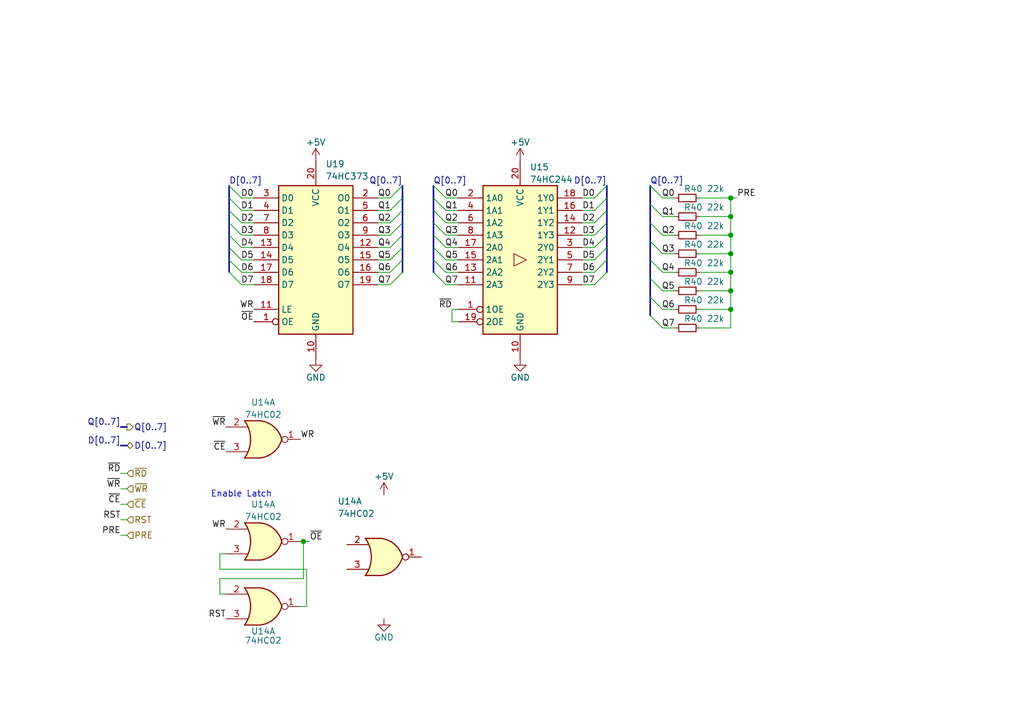
<source format=kicad_sch>
(kicad_sch (version 20230121) (generator eeschema)

  (uuid e7929d11-6b5e-4836-95c7-5113587e42c6)

  (paper "A5")

  (title_block
    (title "8-bit Register")
    (date "2025-07-19")
    (comment 1 "Default value 0x00 or 0xFF depending on \"PRE\"")
    (comment 2 "Read, write & default value")
  )

  (lib_symbols
    (symbol "74xx:74HC02" (pin_names (offset 1.016)) (in_bom yes) (on_board yes)
      (property "Reference" "U" (at 0 1.27 0)
        (effects (font (size 1.27 1.27)))
      )
      (property "Value" "74HC02" (at 0 -1.27 0)
        (effects (font (size 1.27 1.27)))
      )
      (property "Footprint" "" (at 0 0 0)
        (effects (font (size 1.27 1.27)) hide)
      )
      (property "Datasheet" "http://www.ti.com/lit/gpn/sn74hc02" (at 0 0 0)
        (effects (font (size 1.27 1.27)) hide)
      )
      (property "ki_locked" "" (at 0 0 0)
        (effects (font (size 1.27 1.27)))
      )
      (property "ki_keywords" "HCMOS Nor2" (at 0 0 0)
        (effects (font (size 1.27 1.27)) hide)
      )
      (property "ki_description" "quad 2-input NOR gate" (at 0 0 0)
        (effects (font (size 1.27 1.27)) hide)
      )
      (property "ki_fp_filters" "SO14* DIP*W7.62mm*" (at 0 0 0)
        (effects (font (size 1.27 1.27)) hide)
      )
      (symbol "74HC02_1_1"
        (arc (start -3.81 -3.81) (mid -2.589 0) (end -3.81 3.81)
          (stroke (width 0.254) (type default))
          (fill (type none))
        )
        (arc (start -0.6096 -3.81) (mid 2.1842 -2.5851) (end 3.81 0)
          (stroke (width 0.254) (type default))
          (fill (type background))
        )
        (polyline
          (pts
            (xy -3.81 -3.81)
            (xy -0.635 -3.81)
          )
          (stroke (width 0.254) (type default))
          (fill (type background))
        )
        (polyline
          (pts
            (xy -3.81 3.81)
            (xy -0.635 3.81)
          )
          (stroke (width 0.254) (type default))
          (fill (type background))
        )
        (polyline
          (pts
            (xy -0.635 3.81)
            (xy -3.81 3.81)
            (xy -3.81 3.81)
            (xy -3.556 3.4036)
            (xy -3.0226 2.2606)
            (xy -2.6924 1.0414)
            (xy -2.6162 -0.254)
            (xy -2.7686 -1.4986)
            (xy -3.175 -2.7178)
            (xy -3.81 -3.81)
            (xy -3.81 -3.81)
            (xy -0.635 -3.81)
          )
          (stroke (width -25.4) (type default))
          (fill (type background))
        )
        (arc (start 3.81 0) (mid 2.1915 2.5936) (end -0.6096 3.81)
          (stroke (width 0.254) (type default))
          (fill (type background))
        )
        (pin output inverted (at 7.62 0 180) (length 3.81)
          (name "~" (effects (font (size 1.27 1.27))))
          (number "1" (effects (font (size 1.27 1.27))))
        )
        (pin input line (at -7.62 2.54 0) (length 4.318)
          (name "~" (effects (font (size 1.27 1.27))))
          (number "2" (effects (font (size 1.27 1.27))))
        )
        (pin input line (at -7.62 -2.54 0) (length 4.318)
          (name "~" (effects (font (size 1.27 1.27))))
          (number "3" (effects (font (size 1.27 1.27))))
        )
      )
      (symbol "74HC02_1_2"
        (arc (start 0 -3.81) (mid 3.7934 0) (end 0 3.81)
          (stroke (width 0.254) (type default))
          (fill (type background))
        )
        (polyline
          (pts
            (xy 0 3.81)
            (xy -3.81 3.81)
            (xy -3.81 -3.81)
            (xy 0 -3.81)
          )
          (stroke (width 0.254) (type default))
          (fill (type background))
        )
        (pin output line (at 7.62 0 180) (length 3.81)
          (name "~" (effects (font (size 1.27 1.27))))
          (number "1" (effects (font (size 1.27 1.27))))
        )
        (pin input inverted (at -7.62 2.54 0) (length 3.81)
          (name "~" (effects (font (size 1.27 1.27))))
          (number "2" (effects (font (size 1.27 1.27))))
        )
        (pin input inverted (at -7.62 -2.54 0) (length 3.81)
          (name "~" (effects (font (size 1.27 1.27))))
          (number "3" (effects (font (size 1.27 1.27))))
        )
      )
      (symbol "74HC02_2_1"
        (arc (start -3.81 -3.81) (mid -2.589 0) (end -3.81 3.81)
          (stroke (width 0.254) (type default))
          (fill (type none))
        )
        (arc (start -0.6096 -3.81) (mid 2.1842 -2.5851) (end 3.81 0)
          (stroke (width 0.254) (type default))
          (fill (type background))
        )
        (polyline
          (pts
            (xy -3.81 -3.81)
            (xy -0.635 -3.81)
          )
          (stroke (width 0.254) (type default))
          (fill (type background))
        )
        (polyline
          (pts
            (xy -3.81 3.81)
            (xy -0.635 3.81)
          )
          (stroke (width 0.254) (type default))
          (fill (type background))
        )
        (polyline
          (pts
            (xy -0.635 3.81)
            (xy -3.81 3.81)
            (xy -3.81 3.81)
            (xy -3.556 3.4036)
            (xy -3.0226 2.2606)
            (xy -2.6924 1.0414)
            (xy -2.6162 -0.254)
            (xy -2.7686 -1.4986)
            (xy -3.175 -2.7178)
            (xy -3.81 -3.81)
            (xy -3.81 -3.81)
            (xy -0.635 -3.81)
          )
          (stroke (width -25.4) (type default))
          (fill (type background))
        )
        (arc (start 3.81 0) (mid 2.1915 2.5936) (end -0.6096 3.81)
          (stroke (width 0.254) (type default))
          (fill (type background))
        )
        (pin output inverted (at 7.62 0 180) (length 3.81)
          (name "~" (effects (font (size 1.27 1.27))))
          (number "4" (effects (font (size 1.27 1.27))))
        )
        (pin input line (at -7.62 2.54 0) (length 4.318)
          (name "~" (effects (font (size 1.27 1.27))))
          (number "5" (effects (font (size 1.27 1.27))))
        )
        (pin input line (at -7.62 -2.54 0) (length 4.318)
          (name "~" (effects (font (size 1.27 1.27))))
          (number "6" (effects (font (size 1.27 1.27))))
        )
      )
      (symbol "74HC02_2_2"
        (arc (start 0 -3.81) (mid 3.7934 0) (end 0 3.81)
          (stroke (width 0.254) (type default))
          (fill (type background))
        )
        (polyline
          (pts
            (xy 0 3.81)
            (xy -3.81 3.81)
            (xy -3.81 -3.81)
            (xy 0 -3.81)
          )
          (stroke (width 0.254) (type default))
          (fill (type background))
        )
        (pin output line (at 7.62 0 180) (length 3.81)
          (name "~" (effects (font (size 1.27 1.27))))
          (number "4" (effects (font (size 1.27 1.27))))
        )
        (pin input inverted (at -7.62 2.54 0) (length 3.81)
          (name "~" (effects (font (size 1.27 1.27))))
          (number "5" (effects (font (size 1.27 1.27))))
        )
        (pin input inverted (at -7.62 -2.54 0) (length 3.81)
          (name "~" (effects (font (size 1.27 1.27))))
          (number "6" (effects (font (size 1.27 1.27))))
        )
      )
      (symbol "74HC02_3_1"
        (arc (start -3.81 -3.81) (mid -2.589 0) (end -3.81 3.81)
          (stroke (width 0.254) (type default))
          (fill (type none))
        )
        (arc (start -0.6096 -3.81) (mid 2.1842 -2.5851) (end 3.81 0)
          (stroke (width 0.254) (type default))
          (fill (type background))
        )
        (polyline
          (pts
            (xy -3.81 -3.81)
            (xy -0.635 -3.81)
          )
          (stroke (width 0.254) (type default))
          (fill (type background))
        )
        (polyline
          (pts
            (xy -3.81 3.81)
            (xy -0.635 3.81)
          )
          (stroke (width 0.254) (type default))
          (fill (type background))
        )
        (polyline
          (pts
            (xy -0.635 3.81)
            (xy -3.81 3.81)
            (xy -3.81 3.81)
            (xy -3.556 3.4036)
            (xy -3.0226 2.2606)
            (xy -2.6924 1.0414)
            (xy -2.6162 -0.254)
            (xy -2.7686 -1.4986)
            (xy -3.175 -2.7178)
            (xy -3.81 -3.81)
            (xy -3.81 -3.81)
            (xy -0.635 -3.81)
          )
          (stroke (width -25.4) (type default))
          (fill (type background))
        )
        (arc (start 3.81 0) (mid 2.1915 2.5936) (end -0.6096 3.81)
          (stroke (width 0.254) (type default))
          (fill (type background))
        )
        (pin output inverted (at 7.62 0 180) (length 3.81)
          (name "~" (effects (font (size 1.27 1.27))))
          (number "10" (effects (font (size 1.27 1.27))))
        )
        (pin input line (at -7.62 2.54 0) (length 4.318)
          (name "~" (effects (font (size 1.27 1.27))))
          (number "8" (effects (font (size 1.27 1.27))))
        )
        (pin input line (at -7.62 -2.54 0) (length 4.318)
          (name "~" (effects (font (size 1.27 1.27))))
          (number "9" (effects (font (size 1.27 1.27))))
        )
      )
      (symbol "74HC02_3_2"
        (arc (start 0 -3.81) (mid 3.7934 0) (end 0 3.81)
          (stroke (width 0.254) (type default))
          (fill (type background))
        )
        (polyline
          (pts
            (xy 0 3.81)
            (xy -3.81 3.81)
            (xy -3.81 -3.81)
            (xy 0 -3.81)
          )
          (stroke (width 0.254) (type default))
          (fill (type background))
        )
        (pin output line (at 7.62 0 180) (length 3.81)
          (name "~" (effects (font (size 1.27 1.27))))
          (number "10" (effects (font (size 1.27 1.27))))
        )
        (pin input inverted (at -7.62 2.54 0) (length 3.81)
          (name "~" (effects (font (size 1.27 1.27))))
          (number "8" (effects (font (size 1.27 1.27))))
        )
        (pin input inverted (at -7.62 -2.54 0) (length 3.81)
          (name "~" (effects (font (size 1.27 1.27))))
          (number "9" (effects (font (size 1.27 1.27))))
        )
      )
      (symbol "74HC02_4_1"
        (arc (start -3.81 -3.81) (mid -2.589 0) (end -3.81 3.81)
          (stroke (width 0.254) (type default))
          (fill (type none))
        )
        (arc (start -0.6096 -3.81) (mid 2.1842 -2.5851) (end 3.81 0)
          (stroke (width 0.254) (type default))
          (fill (type background))
        )
        (polyline
          (pts
            (xy -3.81 -3.81)
            (xy -0.635 -3.81)
          )
          (stroke (width 0.254) (type default))
          (fill (type background))
        )
        (polyline
          (pts
            (xy -3.81 3.81)
            (xy -0.635 3.81)
          )
          (stroke (width 0.254) (type default))
          (fill (type background))
        )
        (polyline
          (pts
            (xy -0.635 3.81)
            (xy -3.81 3.81)
            (xy -3.81 3.81)
            (xy -3.556 3.4036)
            (xy -3.0226 2.2606)
            (xy -2.6924 1.0414)
            (xy -2.6162 -0.254)
            (xy -2.7686 -1.4986)
            (xy -3.175 -2.7178)
            (xy -3.81 -3.81)
            (xy -3.81 -3.81)
            (xy -0.635 -3.81)
          )
          (stroke (width -25.4) (type default))
          (fill (type background))
        )
        (arc (start 3.81 0) (mid 2.1915 2.5936) (end -0.6096 3.81)
          (stroke (width 0.254) (type default))
          (fill (type background))
        )
        (pin input line (at -7.62 2.54 0) (length 4.318)
          (name "~" (effects (font (size 1.27 1.27))))
          (number "11" (effects (font (size 1.27 1.27))))
        )
        (pin input line (at -7.62 -2.54 0) (length 4.318)
          (name "~" (effects (font (size 1.27 1.27))))
          (number "12" (effects (font (size 1.27 1.27))))
        )
        (pin output inverted (at 7.62 0 180) (length 3.81)
          (name "~" (effects (font (size 1.27 1.27))))
          (number "13" (effects (font (size 1.27 1.27))))
        )
      )
      (symbol "74HC02_4_2"
        (arc (start 0 -3.81) (mid 3.7934 0) (end 0 3.81)
          (stroke (width 0.254) (type default))
          (fill (type background))
        )
        (polyline
          (pts
            (xy 0 3.81)
            (xy -3.81 3.81)
            (xy -3.81 -3.81)
            (xy 0 -3.81)
          )
          (stroke (width 0.254) (type default))
          (fill (type background))
        )
        (pin input inverted (at -7.62 2.54 0) (length 3.81)
          (name "~" (effects (font (size 1.27 1.27))))
          (number "11" (effects (font (size 1.27 1.27))))
        )
        (pin input inverted (at -7.62 -2.54 0) (length 3.81)
          (name "~" (effects (font (size 1.27 1.27))))
          (number "12" (effects (font (size 1.27 1.27))))
        )
        (pin output line (at 7.62 0 180) (length 3.81)
          (name "~" (effects (font (size 1.27 1.27))))
          (number "13" (effects (font (size 1.27 1.27))))
        )
      )
      (symbol "74HC02_5_0"
        (pin power_in line (at 0 12.7 270) (length 5.08)
          (name "VCC" (effects (font (size 1.27 1.27))))
          (number "14" (effects (font (size 1.27 1.27))))
        )
        (pin power_in line (at 0 -12.7 90) (length 5.08)
          (name "GND" (effects (font (size 1.27 1.27))))
          (number "7" (effects (font (size 1.27 1.27))))
        )
      )
      (symbol "74HC02_5_1"
        (rectangle (start -5.08 7.62) (end 5.08 -7.62)
          (stroke (width 0.254) (type default))
          (fill (type background))
        )
      )
    )
    (symbol "74xx:74HC244" (in_bom yes) (on_board yes)
      (property "Reference" "U" (at -7.62 16.51 0)
        (effects (font (size 1.27 1.27)))
      )
      (property "Value" "74HC244" (at -7.62 -16.51 0)
        (effects (font (size 1.27 1.27)))
      )
      (property "Footprint" "" (at 0 0 0)
        (effects (font (size 1.27 1.27)) hide)
      )
      (property "Datasheet" "https://assets.nexperia.com/documents/data-sheet/74HC_HCT244.pdf" (at 0 0 0)
        (effects (font (size 1.27 1.27)) hide)
      )
      (property "ki_keywords" "HCMOS BUFFER 3State" (at 0 0 0)
        (effects (font (size 1.27 1.27)) hide)
      )
      (property "ki_description" "8-bit Buffer/Line Driver 3-state" (at 0 0 0)
        (effects (font (size 1.27 1.27)) hide)
      )
      (property "ki_fp_filters" "TSSOP*4.4x6.5mm*P0.65mm* SSOP*4.4x6.5mm*P0.65mm*" (at 0 0 0)
        (effects (font (size 1.27 1.27)) hide)
      )
      (symbol "74HC244_1_0"
        (polyline
          (pts
            (xy 1.27 0)
            (xy -1.27 1.27)
            (xy -1.27 -1.27)
            (xy 1.27 0)
          )
          (stroke (width 0.1524) (type default))
          (fill (type none))
        )
        (pin input inverted (at -12.7 -10.16 0) (length 5.08)
          (name "1OE" (effects (font (size 1.27 1.27))))
          (number "1" (effects (font (size 1.27 1.27))))
        )
        (pin power_in line (at 0 -20.32 90) (length 5.08)
          (name "GND" (effects (font (size 1.27 1.27))))
          (number "10" (effects (font (size 1.27 1.27))))
        )
        (pin input line (at -12.7 -5.08 0) (length 5.08)
          (name "2A3" (effects (font (size 1.27 1.27))))
          (number "11" (effects (font (size 1.27 1.27))))
        )
        (pin tri_state line (at 12.7 5.08 180) (length 5.08)
          (name "1Y3" (effects (font (size 1.27 1.27))))
          (number "12" (effects (font (size 1.27 1.27))))
        )
        (pin input line (at -12.7 -2.54 0) (length 5.08)
          (name "2A2" (effects (font (size 1.27 1.27))))
          (number "13" (effects (font (size 1.27 1.27))))
        )
        (pin tri_state line (at 12.7 7.62 180) (length 5.08)
          (name "1Y2" (effects (font (size 1.27 1.27))))
          (number "14" (effects (font (size 1.27 1.27))))
        )
        (pin input line (at -12.7 0 0) (length 5.08)
          (name "2A1" (effects (font (size 1.27 1.27))))
          (number "15" (effects (font (size 1.27 1.27))))
        )
        (pin tri_state line (at 12.7 10.16 180) (length 5.08)
          (name "1Y1" (effects (font (size 1.27 1.27))))
          (number "16" (effects (font (size 1.27 1.27))))
        )
        (pin input line (at -12.7 2.54 0) (length 5.08)
          (name "2A0" (effects (font (size 1.27 1.27))))
          (number "17" (effects (font (size 1.27 1.27))))
        )
        (pin tri_state line (at 12.7 12.7 180) (length 5.08)
          (name "1Y0" (effects (font (size 1.27 1.27))))
          (number "18" (effects (font (size 1.27 1.27))))
        )
        (pin input inverted (at -12.7 -12.7 0) (length 5.08)
          (name "2OE" (effects (font (size 1.27 1.27))))
          (number "19" (effects (font (size 1.27 1.27))))
        )
        (pin input line (at -12.7 12.7 0) (length 5.08)
          (name "1A0" (effects (font (size 1.27 1.27))))
          (number "2" (effects (font (size 1.27 1.27))))
        )
        (pin power_in line (at 0 20.32 270) (length 5.08)
          (name "VCC" (effects (font (size 1.27 1.27))))
          (number "20" (effects (font (size 1.27 1.27))))
        )
        (pin tri_state line (at 12.7 2.54 180) (length 5.08)
          (name "2Y0" (effects (font (size 1.27 1.27))))
          (number "3" (effects (font (size 1.27 1.27))))
        )
        (pin input line (at -12.7 10.16 0) (length 5.08)
          (name "1A1" (effects (font (size 1.27 1.27))))
          (number "4" (effects (font (size 1.27 1.27))))
        )
        (pin tri_state line (at 12.7 0 180) (length 5.08)
          (name "2Y1" (effects (font (size 1.27 1.27))))
          (number "5" (effects (font (size 1.27 1.27))))
        )
        (pin input line (at -12.7 7.62 0) (length 5.08)
          (name "1A2" (effects (font (size 1.27 1.27))))
          (number "6" (effects (font (size 1.27 1.27))))
        )
        (pin tri_state line (at 12.7 -2.54 180) (length 5.08)
          (name "2Y2" (effects (font (size 1.27 1.27))))
          (number "7" (effects (font (size 1.27 1.27))))
        )
        (pin input line (at -12.7 5.08 0) (length 5.08)
          (name "1A3" (effects (font (size 1.27 1.27))))
          (number "8" (effects (font (size 1.27 1.27))))
        )
        (pin tri_state line (at 12.7 -5.08 180) (length 5.08)
          (name "2Y3" (effects (font (size 1.27 1.27))))
          (number "9" (effects (font (size 1.27 1.27))))
        )
      )
      (symbol "74HC244_1_1"
        (rectangle (start -7.62 15.24) (end 7.62 -15.24)
          (stroke (width 0.254) (type default))
          (fill (type background))
        )
      )
    )
    (symbol "74xx:74HC373" (in_bom yes) (on_board yes)
      (property "Reference" "U" (at -7.62 16.51 0)
        (effects (font (size 1.27 1.27)))
      )
      (property "Value" "74HC373" (at -7.62 -16.51 0)
        (effects (font (size 1.27 1.27)))
      )
      (property "Footprint" "" (at 0 0 0)
        (effects (font (size 1.27 1.27)) hide)
      )
      (property "Datasheet" "https://www.ti.com/lit/ds/symlink/cd54hc373.pdf" (at 0 0 0)
        (effects (font (size 1.27 1.27)) hide)
      )
      (property "ki_keywords" "HCMOS REG DFF DFF8 LATCH" (at 0 0 0)
        (effects (font (size 1.27 1.27)) hide)
      )
      (property "ki_description" "8-bit Latch, 3-state outputs" (at 0 0 0)
        (effects (font (size 1.27 1.27)) hide)
      )
      (property "ki_fp_filters" "DIP?20* SOIC?20* SO?20* SSOP?20* TSSOP?20*" (at 0 0 0)
        (effects (font (size 1.27 1.27)) hide)
      )
      (symbol "74HC373_1_0"
        (pin input inverted (at -12.7 -12.7 0) (length 5.08)
          (name "OE" (effects (font (size 1.27 1.27))))
          (number "1" (effects (font (size 1.27 1.27))))
        )
        (pin power_in line (at 0 -20.32 90) (length 5.08)
          (name "GND" (effects (font (size 1.27 1.27))))
          (number "10" (effects (font (size 1.27 1.27))))
        )
        (pin input line (at -12.7 -10.16 0) (length 5.08)
          (name "LE" (effects (font (size 1.27 1.27))))
          (number "11" (effects (font (size 1.27 1.27))))
        )
        (pin tri_state line (at 12.7 2.54 180) (length 5.08)
          (name "O4" (effects (font (size 1.27 1.27))))
          (number "12" (effects (font (size 1.27 1.27))))
        )
        (pin input line (at -12.7 2.54 0) (length 5.08)
          (name "D4" (effects (font (size 1.27 1.27))))
          (number "13" (effects (font (size 1.27 1.27))))
        )
        (pin input line (at -12.7 0 0) (length 5.08)
          (name "D5" (effects (font (size 1.27 1.27))))
          (number "14" (effects (font (size 1.27 1.27))))
        )
        (pin tri_state line (at 12.7 0 180) (length 5.08)
          (name "O5" (effects (font (size 1.27 1.27))))
          (number "15" (effects (font (size 1.27 1.27))))
        )
        (pin tri_state line (at 12.7 -2.54 180) (length 5.08)
          (name "O6" (effects (font (size 1.27 1.27))))
          (number "16" (effects (font (size 1.27 1.27))))
        )
        (pin input line (at -12.7 -2.54 0) (length 5.08)
          (name "D6" (effects (font (size 1.27 1.27))))
          (number "17" (effects (font (size 1.27 1.27))))
        )
        (pin input line (at -12.7 -5.08 0) (length 5.08)
          (name "D7" (effects (font (size 1.27 1.27))))
          (number "18" (effects (font (size 1.27 1.27))))
        )
        (pin tri_state line (at 12.7 -5.08 180) (length 5.08)
          (name "O7" (effects (font (size 1.27 1.27))))
          (number "19" (effects (font (size 1.27 1.27))))
        )
        (pin tri_state line (at 12.7 12.7 180) (length 5.08)
          (name "O0" (effects (font (size 1.27 1.27))))
          (number "2" (effects (font (size 1.27 1.27))))
        )
        (pin power_in line (at 0 20.32 270) (length 5.08)
          (name "VCC" (effects (font (size 1.27 1.27))))
          (number "20" (effects (font (size 1.27 1.27))))
        )
        (pin input line (at -12.7 12.7 0) (length 5.08)
          (name "D0" (effects (font (size 1.27 1.27))))
          (number "3" (effects (font (size 1.27 1.27))))
        )
        (pin input line (at -12.7 10.16 0) (length 5.08)
          (name "D1" (effects (font (size 1.27 1.27))))
          (number "4" (effects (font (size 1.27 1.27))))
        )
        (pin tri_state line (at 12.7 10.16 180) (length 5.08)
          (name "O1" (effects (font (size 1.27 1.27))))
          (number "5" (effects (font (size 1.27 1.27))))
        )
        (pin tri_state line (at 12.7 7.62 180) (length 5.08)
          (name "O2" (effects (font (size 1.27 1.27))))
          (number "6" (effects (font (size 1.27 1.27))))
        )
        (pin input line (at -12.7 7.62 0) (length 5.08)
          (name "D2" (effects (font (size 1.27 1.27))))
          (number "7" (effects (font (size 1.27 1.27))))
        )
        (pin input line (at -12.7 5.08 0) (length 5.08)
          (name "D3" (effects (font (size 1.27 1.27))))
          (number "8" (effects (font (size 1.27 1.27))))
        )
        (pin tri_state line (at 12.7 5.08 180) (length 5.08)
          (name "O3" (effects (font (size 1.27 1.27))))
          (number "9" (effects (font (size 1.27 1.27))))
        )
      )
      (symbol "74HC373_1_1"
        (rectangle (start -7.62 15.24) (end 7.62 -15.24)
          (stroke (width 0.254) (type default))
          (fill (type background))
        )
      )
    )
    (symbol "Device:R_Small" (pin_numbers hide) (pin_names (offset 0.254) hide) (in_bom yes) (on_board yes)
      (property "Reference" "R" (at 0.762 0.508 0)
        (effects (font (size 1.27 1.27)) (justify left))
      )
      (property "Value" "R_Small" (at 0.762 -1.016 0)
        (effects (font (size 1.27 1.27)) (justify left))
      )
      (property "Footprint" "" (at 0 0 0)
        (effects (font (size 1.27 1.27)) hide)
      )
      (property "Datasheet" "~" (at 0 0 0)
        (effects (font (size 1.27 1.27)) hide)
      )
      (property "ki_keywords" "R resistor" (at 0 0 0)
        (effects (font (size 1.27 1.27)) hide)
      )
      (property "ki_description" "Resistor, small symbol" (at 0 0 0)
        (effects (font (size 1.27 1.27)) hide)
      )
      (property "ki_fp_filters" "R_*" (at 0 0 0)
        (effects (font (size 1.27 1.27)) hide)
      )
      (symbol "R_Small_0_1"
        (rectangle (start -0.762 1.778) (end 0.762 -1.778)
          (stroke (width 0.2032) (type default))
          (fill (type none))
        )
      )
      (symbol "R_Small_1_1"
        (pin passive line (at 0 2.54 270) (length 0.762)
          (name "~" (effects (font (size 1.27 1.27))))
          (number "1" (effects (font (size 1.27 1.27))))
        )
        (pin passive line (at 0 -2.54 90) (length 0.762)
          (name "~" (effects (font (size 1.27 1.27))))
          (number "2" (effects (font (size 1.27 1.27))))
        )
      )
    )
    (symbol "power:+5V" (power) (pin_names (offset 0)) (in_bom yes) (on_board yes)
      (property "Reference" "#PWR" (at 0 -3.81 0)
        (effects (font (size 1.27 1.27)) hide)
      )
      (property "Value" "+5V" (at 0 3.556 0)
        (effects (font (size 1.27 1.27)))
      )
      (property "Footprint" "" (at 0 0 0)
        (effects (font (size 1.27 1.27)) hide)
      )
      (property "Datasheet" "" (at 0 0 0)
        (effects (font (size 1.27 1.27)) hide)
      )
      (property "ki_keywords" "global power" (at 0 0 0)
        (effects (font (size 1.27 1.27)) hide)
      )
      (property "ki_description" "Power symbol creates a global label with name \"+5V\"" (at 0 0 0)
        (effects (font (size 1.27 1.27)) hide)
      )
      (symbol "+5V_0_1"
        (polyline
          (pts
            (xy -0.762 1.27)
            (xy 0 2.54)
          )
          (stroke (width 0) (type default))
          (fill (type none))
        )
        (polyline
          (pts
            (xy 0 0)
            (xy 0 2.54)
          )
          (stroke (width 0) (type default))
          (fill (type none))
        )
        (polyline
          (pts
            (xy 0 2.54)
            (xy 0.762 1.27)
          )
          (stroke (width 0) (type default))
          (fill (type none))
        )
      )
      (symbol "+5V_1_1"
        (pin power_in line (at 0 0 90) (length 0) hide
          (name "+5V" (effects (font (size 1.27 1.27))))
          (number "1" (effects (font (size 1.27 1.27))))
        )
      )
    )
    (symbol "power:GND" (power) (pin_names (offset 0)) (in_bom yes) (on_board yes)
      (property "Reference" "#PWR" (at 0 -6.35 0)
        (effects (font (size 1.27 1.27)) hide)
      )
      (property "Value" "GND" (at 0 -3.81 0)
        (effects (font (size 1.27 1.27)))
      )
      (property "Footprint" "" (at 0 0 0)
        (effects (font (size 1.27 1.27)) hide)
      )
      (property "Datasheet" "" (at 0 0 0)
        (effects (font (size 1.27 1.27)) hide)
      )
      (property "ki_keywords" "global power" (at 0 0 0)
        (effects (font (size 1.27 1.27)) hide)
      )
      (property "ki_description" "Power symbol creates a global label with name \"GND\" , ground" (at 0 0 0)
        (effects (font (size 1.27 1.27)) hide)
      )
      (symbol "GND_0_1"
        (polyline
          (pts
            (xy 0 0)
            (xy 0 -1.27)
            (xy 1.27 -1.27)
            (xy 0 -2.54)
            (xy -1.27 -1.27)
            (xy 0 -1.27)
          )
          (stroke (width 0) (type default))
          (fill (type none))
        )
      )
      (symbol "GND_1_1"
        (pin power_in line (at 0 0 270) (length 0) hide
          (name "GND" (effects (font (size 1.27 1.27))))
          (number "1" (effects (font (size 1.27 1.27))))
        )
      )
    )
  )

  (junction (at 149.86 63.5) (diameter 0) (color 0 0 0 0)
    (uuid 064a6361-6972-4b8b-9576-829d99ab0d2d)
  )
  (junction (at 149.86 48.26) (diameter 0) (color 0 0 0 0)
    (uuid 1ba81918-a9b6-4ff4-b0e1-8652403daec5)
  )
  (junction (at 149.86 59.69) (diameter 0) (color 0 0 0 0)
    (uuid 1c5335fb-eed5-4582-b369-1d70f76e0833)
  )
  (junction (at 149.86 40.64) (diameter 0) (color 0 0 0 0)
    (uuid abf396c1-9e37-4df5-b522-c44899d56958)
  )
  (junction (at 149.86 44.45) (diameter 0) (color 0 0 0 0)
    (uuid b1e5ec6b-a201-40af-b62e-f04864c740f4)
  )
  (junction (at 149.86 55.88) (diameter 0) (color 0 0 0 0)
    (uuid cb8c5bb7-971a-4c71-b382-4779713dc512)
  )
  (junction (at 62.23 111.125) (diameter 0) (color 0 0 0 0)
    (uuid e0db98f1-8061-4b15-8876-be4abc1e5c19)
  )
  (junction (at 149.86 52.07) (diameter 0) (color 0 0 0 0)
    (uuid f03ea7fc-b2ca-402c-977f-575fc0c2ccbb)
  )

  (bus_entry (at 46.99 55.88) (size 2.54 2.54)
    (stroke (width 0) (type default))
    (uuid 1587a910-0ca6-4d17-8531-138fa360422f)
  )
  (bus_entry (at 133.35 60.96) (size 2.54 2.54)
    (stroke (width 0) (type default))
    (uuid 2a6bc0b6-288f-4a3e-8f54-1a302e040389)
  )
  (bus_entry (at 133.35 57.15) (size 2.54 2.54)
    (stroke (width 0) (type default))
    (uuid 305d34f6-32a9-42c9-bedc-30e04ce7cfd6)
  )
  (bus_entry (at 46.99 53.34) (size 2.54 2.54)
    (stroke (width 0) (type default))
    (uuid 33093939-09a6-483d-b7f1-85a418ef90bd)
  )
  (bus_entry (at 133.35 64.77) (size 2.54 2.54)
    (stroke (width 0) (type default))
    (uuid 34567e7d-13c0-42cb-b684-0a97dcd69d06)
  )
  (bus_entry (at 88.9 50.8) (size 2.54 2.54)
    (stroke (width 0) (type default))
    (uuid 396e4909-e2e3-4aef-bdc9-8be9152291b9)
  )
  (bus_entry (at 88.9 45.72) (size 2.54 2.54)
    (stroke (width 0) (type default))
    (uuid 3ee324c8-1f59-4a08-96be-20b8b086d610)
  )
  (bus_entry (at 133.35 49.53) (size 2.54 2.54)
    (stroke (width 0) (type default))
    (uuid 4d24a845-c0b6-482c-ba6d-df2de9a0a50a)
  )
  (bus_entry (at 82.55 55.88) (size -2.54 2.54)
    (stroke (width 0) (type default))
    (uuid 4e666746-5f81-4c0c-a09e-84461f48f61d)
  )
  (bus_entry (at 133.35 41.91) (size 2.54 2.54)
    (stroke (width 0) (type default))
    (uuid 52936feb-2829-4c07-9101-4bdcad299166)
  )
  (bus_entry (at 124.46 43.18) (size -2.54 2.54)
    (stroke (width 0) (type default))
    (uuid 6b5ed977-53e7-44a3-aa2b-4abba5ab5155)
  )
  (bus_entry (at 133.35 38.1) (size 2.54 2.54)
    (stroke (width 0) (type default))
    (uuid 6cc2f7bb-62e1-4205-944b-d1a373d72a86)
  )
  (bus_entry (at 82.55 38.1) (size -2.54 2.54)
    (stroke (width 0) (type default))
    (uuid 803c5e06-22b2-46b6-bce9-06ac3c957604)
  )
  (bus_entry (at 124.46 50.8) (size -2.54 2.54)
    (stroke (width 0) (type default))
    (uuid 80eb3e74-a714-42a3-9361-6f058ec89b0d)
  )
  (bus_entry (at 46.99 50.8) (size 2.54 2.54)
    (stroke (width 0) (type default))
    (uuid 88bf250a-c95f-45d6-a216-39fea825ba1d)
  )
  (bus_entry (at 124.46 45.72) (size -2.54 2.54)
    (stroke (width 0) (type default))
    (uuid 9260168c-22bc-4721-a399-5dface60ab61)
  )
  (bus_entry (at 124.46 55.88) (size -2.54 2.54)
    (stroke (width 0) (type default))
    (uuid 9ddf7d37-ac7b-402f-8466-7da3467d979e)
  )
  (bus_entry (at 46.99 48.26) (size 2.54 2.54)
    (stroke (width 0) (type default))
    (uuid a469c5f3-3e49-4141-8d14-608b79a5b5bd)
  )
  (bus_entry (at 133.35 53.34) (size 2.54 2.54)
    (stroke (width 0) (type default))
    (uuid b0bd43f0-e1a3-40d4-b07d-77948064ce19)
  )
  (bus_entry (at 46.99 43.18) (size 2.54 2.54)
    (stroke (width 0) (type default))
    (uuid b64cf98c-05f3-4b93-bb26-15b242955911)
  )
  (bus_entry (at 82.55 40.64) (size -2.54 2.54)
    (stroke (width 0) (type default))
    (uuid bf1d228a-625f-46c1-9c88-80f8df7faa9b)
  )
  (bus_entry (at 88.9 55.88) (size 2.54 2.54)
    (stroke (width 0) (type default))
    (uuid c23a9dec-a66d-4cb7-add8-12eb24f763ab)
  )
  (bus_entry (at 46.99 45.72) (size 2.54 2.54)
    (stroke (width 0) (type default))
    (uuid cc9dc341-08fb-4930-bf41-e25113d25c4a)
  )
  (bus_entry (at 82.55 53.34) (size -2.54 2.54)
    (stroke (width 0) (type default))
    (uuid cd1fedb8-9b42-4310-855a-cc3a77a41e32)
  )
  (bus_entry (at 46.99 38.1) (size 2.54 2.54)
    (stroke (width 0) (type default))
    (uuid cfecb0d8-c149-488d-a057-3e3dd877d0d8)
  )
  (bus_entry (at 124.46 38.1) (size -2.54 2.54)
    (stroke (width 0) (type default))
    (uuid d1434f07-a626-4e47-920e-dad8b0084fb5)
  )
  (bus_entry (at 133.35 45.72) (size 2.54 2.54)
    (stroke (width 0) (type default))
    (uuid d14d30c0-0655-4d94-b2bf-ae806c14a5b8)
  )
  (bus_entry (at 82.55 45.72) (size -2.54 2.54)
    (stroke (width 0) (type default))
    (uuid d18e0e20-b60f-48e0-9de6-ca6205948a97)
  )
  (bus_entry (at 124.46 40.64) (size -2.54 2.54)
    (stroke (width 0) (type default))
    (uuid d84073d9-8815-4c18-88bc-adee3cfbe1c2)
  )
  (bus_entry (at 88.9 48.26) (size 2.54 2.54)
    (stroke (width 0) (type default))
    (uuid df19a3a1-1eba-40e1-9537-6a902381b10a)
  )
  (bus_entry (at 88.9 53.34) (size 2.54 2.54)
    (stroke (width 0) (type default))
    (uuid e75bc23f-7ffb-447c-9069-f523df13bc15)
  )
  (bus_entry (at 124.46 53.34) (size -2.54 2.54)
    (stroke (width 0) (type default))
    (uuid eecf7770-d644-4fe1-8ffa-68dfd3d829ba)
  )
  (bus_entry (at 124.46 48.26) (size -2.54 2.54)
    (stroke (width 0) (type default))
    (uuid f02a1410-07eb-449b-9c0c-ca3845453960)
  )
  (bus_entry (at 88.9 43.18) (size 2.54 2.54)
    (stroke (width 0) (type default))
    (uuid f2614853-7318-4eab-b2b8-cf770344b2f8)
  )
  (bus_entry (at 82.55 43.18) (size -2.54 2.54)
    (stroke (width 0) (type default))
    (uuid f3864fbb-c6fa-48ef-a6b9-a7dfacca0476)
  )
  (bus_entry (at 88.9 38.1) (size 2.54 2.54)
    (stroke (width 0) (type default))
    (uuid f6aa11ee-e480-4607-aaae-32859778ce72)
  )
  (bus_entry (at 46.99 40.64) (size 2.54 2.54)
    (stroke (width 0) (type default))
    (uuid fa9735c6-3506-48f8-91fb-03bc9c3c77bc)
  )
  (bus_entry (at 82.55 50.8) (size -2.54 2.54)
    (stroke (width 0) (type default))
    (uuid fb02f80c-14ba-4baf-8b51-4899d3c51d37)
  )
  (bus_entry (at 88.9 40.64) (size 2.54 2.54)
    (stroke (width 0) (type default))
    (uuid fd6c0c4c-123c-4779-a022-b7dcb2d652f1)
  )
  (bus_entry (at 82.55 48.26) (size -2.54 2.54)
    (stroke (width 0) (type default))
    (uuid fdac7c96-7332-4db7-afd9-3ae78e0ff8fb)
  )

  (wire (pts (xy 46.355 113.665) (xy 45.085 113.665))
    (stroke (width 0) (type default))
    (uuid 001f824c-9f39-4088-bbf9-b78ec6324577)
  )
  (bus (pts (xy 82.55 48.26) (xy 82.55 50.8))
    (stroke (width 0) (type default))
    (uuid 0276a123-b60d-49c4-9d23-213f37ed3702)
  )

  (wire (pts (xy 61.595 124.46) (xy 62.865 124.46))
    (stroke (width 0) (type default))
    (uuid 056b9a4d-f0e8-4ead-897d-93f5b75d6a1e)
  )
  (bus (pts (xy 88.9 45.72) (xy 88.9 48.26))
    (stroke (width 0) (type default))
    (uuid 0aacc923-d94a-43d6-bc36-7f69b934bb34)
  )
  (bus (pts (xy 124.46 50.8) (xy 124.46 53.34))
    (stroke (width 0) (type default))
    (uuid 0b19c353-2986-4525-a917-5192d3ce81df)
  )
  (bus (pts (xy 133.35 57.15) (xy 133.35 60.96))
    (stroke (width 0) (type default))
    (uuid 0c5681ed-16d7-45f8-8c1c-cd5d66304d35)
  )

  (wire (pts (xy 46.355 121.92) (xy 45.085 121.92))
    (stroke (width 0) (type default))
    (uuid 104e88c8-ed54-456d-ae61-0cac7ccea7cb)
  )
  (wire (pts (xy 119.38 45.72) (xy 121.92 45.72))
    (stroke (width 0) (type default))
    (uuid 162691d8-60a2-42e2-b85e-b83ce1045815)
  )
  (wire (pts (xy 49.53 40.64) (xy 52.07 40.64))
    (stroke (width 0) (type default))
    (uuid 1731b016-cfa2-4d7a-a0ae-1fed375cea30)
  )
  (wire (pts (xy 24.765 106.68) (xy 26.035 106.68))
    (stroke (width 0) (type default))
    (uuid 1900f5ca-b106-42c1-927d-f207044b29d2)
  )
  (wire (pts (xy 119.38 53.34) (xy 121.92 53.34))
    (stroke (width 0) (type default))
    (uuid 1941e574-cff5-4d3e-9c01-45d243877bb8)
  )
  (bus (pts (xy 82.55 50.8) (xy 82.55 53.34))
    (stroke (width 0) (type default))
    (uuid 197cb566-500d-4906-b7b3-29b29ce79c72)
  )
  (bus (pts (xy 88.9 40.64) (xy 88.9 43.18))
    (stroke (width 0) (type default))
    (uuid 1d584938-67e7-4516-8d13-7070d9b76e08)
  )

  (wire (pts (xy 91.44 43.18) (xy 93.98 43.18))
    (stroke (width 0) (type default))
    (uuid 1e8cf93c-94b8-4306-9d08-6d6109a85085)
  )
  (wire (pts (xy 62.23 111.125) (xy 62.23 118.745))
    (stroke (width 0) (type default))
    (uuid 2559ab87-6ff9-4b15-9099-b15853b9fb17)
  )
  (bus (pts (xy 124.46 53.34) (xy 124.46 55.88))
    (stroke (width 0) (type default))
    (uuid 27671145-2c26-49d9-bd4a-f7a20ced11b4)
  )
  (bus (pts (xy 124.46 40.64) (xy 124.46 43.18))
    (stroke (width 0) (type default))
    (uuid 285a8729-482d-4377-aec3-afcf4e80c9e6)
  )

  (wire (pts (xy 77.47 50.8) (xy 80.01 50.8))
    (stroke (width 0) (type default))
    (uuid 2a617b58-c73d-49b6-b31f-c8ce5fa7c8da)
  )
  (bus (pts (xy 46.99 53.34) (xy 46.99 55.88))
    (stroke (width 0) (type default))
    (uuid 2a90d1bf-a114-44f8-a351-1d034a5c9ee4)
  )
  (bus (pts (xy 46.99 38.1) (xy 46.99 40.64))
    (stroke (width 0) (type default))
    (uuid 31d0b41b-602a-4332-a593-37ee57110256)
  )

  (wire (pts (xy 149.86 40.64) (xy 151.13 40.64))
    (stroke (width 0) (type default))
    (uuid 389bd61b-3957-43b5-9255-6b0c8d112af1)
  )
  (wire (pts (xy 135.89 63.5) (xy 138.43 63.5))
    (stroke (width 0) (type default))
    (uuid 3c4f2f68-1d25-4479-990d-a5b81673c9a7)
  )
  (wire (pts (xy 149.86 59.69) (xy 149.86 63.5))
    (stroke (width 0) (type default))
    (uuid 44ed1ed5-992c-4605-adb0-d6f7d104f43c)
  )
  (wire (pts (xy 149.86 55.88) (xy 149.86 59.69))
    (stroke (width 0) (type default))
    (uuid 44f44ccb-3557-4089-aee4-42a103b5befd)
  )
  (wire (pts (xy 143.51 59.69) (xy 149.86 59.69))
    (stroke (width 0) (type default))
    (uuid 468960d4-b113-444a-9e21-2029f5bd2a26)
  )
  (bus (pts (xy 26.035 87.63) (xy 24.765 87.63))
    (stroke (width 0) (type default))
    (uuid 46e7ccad-8b77-4436-91e0-d56e24292a40)
  )

  (wire (pts (xy 149.86 44.45) (xy 149.86 48.26))
    (stroke (width 0) (type default))
    (uuid 4752bb4a-2ef7-4654-af04-22c1b8dd861d)
  )
  (bus (pts (xy 124.46 45.72) (xy 124.46 48.26))
    (stroke (width 0) (type default))
    (uuid 482089ad-30c6-4527-8a4e-c23707e6abee)
  )

  (wire (pts (xy 119.38 43.18) (xy 121.92 43.18))
    (stroke (width 0) (type default))
    (uuid 4bd45e1d-7609-4a2b-a7e6-131910cb8928)
  )
  (bus (pts (xy 88.9 48.26) (xy 88.9 50.8))
    (stroke (width 0) (type default))
    (uuid 4c69bae7-bdfe-4d3d-ae5f-16a453f8aac6)
  )
  (bus (pts (xy 82.55 53.34) (xy 82.55 55.88))
    (stroke (width 0) (type default))
    (uuid 5036a2a7-9ef0-4e07-9591-04a9e0393849)
  )

  (wire (pts (xy 135.89 59.69) (xy 138.43 59.69))
    (stroke (width 0) (type default))
    (uuid 54fdedd0-40b8-4d3e-803c-50ea924c206a)
  )
  (bus (pts (xy 46.99 50.8) (xy 46.99 53.34))
    (stroke (width 0) (type default))
    (uuid 56e19812-ed58-4719-9147-c318fa2aef4c)
  )

  (wire (pts (xy 143.51 48.26) (xy 149.86 48.26))
    (stroke (width 0) (type default))
    (uuid 5b7a8765-e950-4b1e-a55c-f92aaa72cf9f)
  )
  (wire (pts (xy 77.47 48.26) (xy 80.01 48.26))
    (stroke (width 0) (type default))
    (uuid 5bea1b6f-ca86-4c52-8d40-d6fff3182103)
  )
  (wire (pts (xy 45.085 116.84) (xy 62.865 116.84))
    (stroke (width 0) (type default))
    (uuid 6032a775-ae66-41e4-853b-8aa063842e68)
  )
  (wire (pts (xy 143.51 55.88) (xy 149.86 55.88))
    (stroke (width 0) (type default))
    (uuid 60951221-0f07-4008-822f-834d139991b2)
  )
  (wire (pts (xy 93.98 66.04) (xy 92.71 66.04))
    (stroke (width 0) (type default))
    (uuid 614d1e39-005c-451a-9c9b-0a7fcac2f2d8)
  )
  (bus (pts (xy 88.9 53.34) (xy 88.9 55.88))
    (stroke (width 0) (type default))
    (uuid 62fdbbbd-5c40-4aa7-a255-f097f1254c55)
  )

  (wire (pts (xy 92.71 63.5) (xy 93.98 63.5))
    (stroke (width 0) (type default))
    (uuid 6457f8a9-903c-4a52-95f2-d76680fe582d)
  )
  (bus (pts (xy 82.55 43.18) (xy 82.55 45.72))
    (stroke (width 0) (type default))
    (uuid 65cd9594-87d0-488d-881a-22ed2ed90562)
  )

  (wire (pts (xy 119.38 40.64) (xy 121.92 40.64))
    (stroke (width 0) (type default))
    (uuid 6c05b7fc-3c8c-4ae7-9c5f-5bab3eb9ef60)
  )
  (wire (pts (xy 149.86 48.26) (xy 149.86 52.07))
    (stroke (width 0) (type default))
    (uuid 6cfb0222-9b1f-40c5-8027-11f9960d3cb1)
  )
  (bus (pts (xy 133.35 45.72) (xy 133.35 49.53))
    (stroke (width 0) (type default))
    (uuid 71fc4e9f-f501-491f-af4e-19828a9bedb0)
  )
  (bus (pts (xy 133.35 53.34) (xy 133.35 57.15))
    (stroke (width 0) (type default))
    (uuid 74732e67-f4c7-4f66-a05b-518138226b7d)
  )

  (wire (pts (xy 45.085 121.92) (xy 45.085 118.745))
    (stroke (width 0) (type default))
    (uuid 76827d71-b223-427e-8426-8ae5b5e69284)
  )
  (bus (pts (xy 133.35 41.91) (xy 133.35 45.72))
    (stroke (width 0) (type default))
    (uuid 7e5e36e9-d534-49f2-bbfc-3cb0801c3763)
  )

  (wire (pts (xy 77.47 40.64) (xy 80.01 40.64))
    (stroke (width 0) (type default))
    (uuid 8066cd40-7737-4fd4-a684-b5163d072112)
  )
  (bus (pts (xy 46.99 43.18) (xy 46.99 45.72))
    (stroke (width 0) (type default))
    (uuid 837be8ed-5b8d-458d-9568-13fcea2eab91)
  )

  (wire (pts (xy 135.89 40.64) (xy 138.43 40.64))
    (stroke (width 0) (type default))
    (uuid 83ec2b0e-ef2f-4910-a9e2-dc987e2e1792)
  )
  (wire (pts (xy 91.44 55.88) (xy 93.98 55.88))
    (stroke (width 0) (type default))
    (uuid 8595521e-b810-48a3-b1f4-9d9d3ccaca61)
  )
  (bus (pts (xy 82.55 45.72) (xy 82.55 48.26))
    (stroke (width 0) (type default))
    (uuid 882e5eaf-18ce-4e50-8515-57a3e5d7f678)
  )

  (wire (pts (xy 63.5 111.125) (xy 62.23 111.125))
    (stroke (width 0) (type default))
    (uuid 8899fd7d-058d-486b-8d05-580d97055f80)
  )
  (wire (pts (xy 143.51 63.5) (xy 149.86 63.5))
    (stroke (width 0) (type default))
    (uuid 8c294461-cf81-45b4-af80-6f36e5ef221c)
  )
  (bus (pts (xy 88.9 38.1) (xy 88.9 40.64))
    (stroke (width 0) (type default))
    (uuid 90d2c365-fb42-4689-92d9-fbea91f56db4)
  )

  (wire (pts (xy 91.44 58.42) (xy 93.98 58.42))
    (stroke (width 0) (type default))
    (uuid 91a7ba9f-6005-4928-a61e-aab688d6cd30)
  )
  (bus (pts (xy 88.9 50.8) (xy 88.9 53.34))
    (stroke (width 0) (type default))
    (uuid 91e28862-23f8-4ca7-b2a4-fae6b29d60e3)
  )

  (wire (pts (xy 92.71 63.5) (xy 92.71 66.04))
    (stroke (width 0) (type default))
    (uuid 9449d70c-6c6b-4d2c-9387-fc9cc5a51fd6)
  )
  (wire (pts (xy 91.44 53.34) (xy 93.98 53.34))
    (stroke (width 0) (type default))
    (uuid 94ce6c49-4f37-4509-b479-1e7f1bb475a0)
  )
  (bus (pts (xy 82.55 40.64) (xy 82.55 43.18))
    (stroke (width 0) (type default))
    (uuid 98ad02b9-0690-452f-8d0d-fcfe68991ee4)
  )
  (bus (pts (xy 133.35 38.1) (xy 133.35 41.91))
    (stroke (width 0) (type default))
    (uuid 995dc847-f079-4027-91c2-089d214b8b4e)
  )

  (wire (pts (xy 119.38 55.88) (xy 121.92 55.88))
    (stroke (width 0) (type default))
    (uuid 9d38bbbf-b1c1-42d1-a526-48c5202e039c)
  )
  (bus (pts (xy 133.35 49.53) (xy 133.35 53.34))
    (stroke (width 0) (type default))
    (uuid 9f5ecdf1-a342-4b9e-8dee-381d81235c22)
  )

  (wire (pts (xy 143.51 52.07) (xy 149.86 52.07))
    (stroke (width 0) (type default))
    (uuid a0abf372-be06-4183-a6ad-28ab26991917)
  )
  (wire (pts (xy 91.44 40.64) (xy 93.98 40.64))
    (stroke (width 0) (type default))
    (uuid a11422ae-114b-4bd5-a31f-8a904d1170d8)
  )
  (wire (pts (xy 49.53 43.18) (xy 52.07 43.18))
    (stroke (width 0) (type default))
    (uuid a7c917e1-17d7-4152-9b27-829f619ffb07)
  )
  (wire (pts (xy 77.47 55.88) (xy 80.01 55.88))
    (stroke (width 0) (type default))
    (uuid a8f5b951-9297-47e8-928d-abe20717073a)
  )
  (wire (pts (xy 77.47 58.42) (xy 80.01 58.42))
    (stroke (width 0) (type default))
    (uuid aadee954-8f1c-4a5f-ac2b-7cfe157d02cd)
  )
  (wire (pts (xy 49.53 58.42) (xy 52.07 58.42))
    (stroke (width 0) (type default))
    (uuid ad50607d-9831-4bb7-b030-442e707ce66e)
  )
  (wire (pts (xy 135.89 52.07) (xy 138.43 52.07))
    (stroke (width 0) (type default))
    (uuid b0dc9c61-0e4a-47e5-a1c9-47d8c7adc519)
  )
  (bus (pts (xy 124.46 38.1) (xy 124.46 40.64))
    (stroke (width 0) (type default))
    (uuid b530ba62-c21b-4bfa-b471-55efa94bbe0f)
  )

  (wire (pts (xy 135.89 55.88) (xy 138.43 55.88))
    (stroke (width 0) (type default))
    (uuid b579452c-89ab-4c5b-923b-5927684b6850)
  )
  (wire (pts (xy 91.44 48.26) (xy 93.98 48.26))
    (stroke (width 0) (type default))
    (uuid b7837ea3-e896-4b7e-8441-a0fa6df865bd)
  )
  (bus (pts (xy 26.035 91.44) (xy 24.765 91.44))
    (stroke (width 0) (type default))
    (uuid bb975197-d0b6-43fc-9150-e0103a200225)
  )

  (wire (pts (xy 149.86 52.07) (xy 149.86 55.88))
    (stroke (width 0) (type default))
    (uuid bd3d9bc5-0847-4bf5-912f-73cf93fdf72d)
  )
  (bus (pts (xy 124.46 43.18) (xy 124.46 45.72))
    (stroke (width 0) (type default))
    (uuid c13dcf21-8143-4123-b275-ab9682cc6797)
  )
  (bus (pts (xy 46.99 40.64) (xy 46.99 43.18))
    (stroke (width 0) (type default))
    (uuid c13e5838-35ff-4b5d-9d10-93ced0f86c9d)
  )

  (wire (pts (xy 24.765 109.855) (xy 26.035 109.855))
    (stroke (width 0) (type default))
    (uuid c2a03292-d31d-45f3-9e16-fac5997e5cd1)
  )
  (wire (pts (xy 149.86 63.5) (xy 149.86 67.31))
    (stroke (width 0) (type default))
    (uuid c2c1b148-f564-4ba5-9f9c-5c0e0b7d0646)
  )
  (wire (pts (xy 143.51 40.64) (xy 149.86 40.64))
    (stroke (width 0) (type default))
    (uuid c561d6cc-72ff-4828-bef6-7a2813080dff)
  )
  (wire (pts (xy 49.53 45.72) (xy 52.07 45.72))
    (stroke (width 0) (type default))
    (uuid c65bd038-83b5-4ceb-94b0-8c5fd9351cfe)
  )
  (wire (pts (xy 91.44 50.8) (xy 93.98 50.8))
    (stroke (width 0) (type default))
    (uuid c78b2894-447a-4186-b4b9-eb1dff05f023)
  )
  (wire (pts (xy 119.38 50.8) (xy 121.92 50.8))
    (stroke (width 0) (type default))
    (uuid c7e9259c-a932-468e-82f6-617389fbaf8e)
  )
  (wire (pts (xy 62.865 124.46) (xy 62.865 116.84))
    (stroke (width 0) (type default))
    (uuid c8249f5d-ab4e-4f38-b9c5-c3b631262c5e)
  )
  (wire (pts (xy 91.44 45.72) (xy 93.98 45.72))
    (stroke (width 0) (type default))
    (uuid c8dd19c4-7565-4594-ba9f-41c2d60d225b)
  )
  (wire (pts (xy 62.23 111.125) (xy 61.595 111.125))
    (stroke (width 0) (type default))
    (uuid c9364d80-a982-4f91-b75d-6ceaf96c5576)
  )
  (bus (pts (xy 46.99 48.26) (xy 46.99 50.8))
    (stroke (width 0) (type default))
    (uuid cda24615-e784-46c4-ba21-01fe88239ed8)
  )
  (bus (pts (xy 46.99 45.72) (xy 46.99 48.26))
    (stroke (width 0) (type default))
    (uuid d0bb6e4a-4881-469e-9fb3-9a302b55d897)
  )

  (wire (pts (xy 77.47 43.18) (xy 80.01 43.18))
    (stroke (width 0) (type default))
    (uuid d1642fce-68a2-49a9-933e-2d3af8f6c0e5)
  )
  (wire (pts (xy 49.53 48.26) (xy 52.07 48.26))
    (stroke (width 0) (type default))
    (uuid d18f2d93-c46e-466f-9340-223bea664512)
  )
  (wire (pts (xy 49.53 50.8) (xy 52.07 50.8))
    (stroke (width 0) (type default))
    (uuid d1dfc2dc-1e92-4bc4-a2a5-72ad435d794f)
  )
  (wire (pts (xy 24.765 100.33) (xy 26.035 100.33))
    (stroke (width 0) (type default))
    (uuid d1fc04f5-7558-4321-8bb1-b7991fb29c7e)
  )
  (wire (pts (xy 77.47 45.72) (xy 80.01 45.72))
    (stroke (width 0) (type default))
    (uuid d29785e1-2fb3-4c8b-84af-2fc11858ff9c)
  )
  (bus (pts (xy 82.55 38.1) (xy 82.55 40.64))
    (stroke (width 0) (type default))
    (uuid d2b406f1-1e36-4019-aabe-fb2b33d5be3f)
  )

  (wire (pts (xy 135.89 67.31) (xy 138.43 67.31))
    (stroke (width 0) (type default))
    (uuid d5661b50-fa7b-4a68-bdf6-1fee55b5b14b)
  )
  (bus (pts (xy 133.35 60.96) (xy 133.35 64.77))
    (stroke (width 0) (type default))
    (uuid d6852bf2-0813-4c5a-8961-1676652e372f)
  )

  (wire (pts (xy 24.765 103.505) (xy 26.035 103.505))
    (stroke (width 0) (type default))
    (uuid d7aad873-0c7d-4e5d-b65c-6b6547db6720)
  )
  (wire (pts (xy 143.51 44.45) (xy 149.86 44.45))
    (stroke (width 0) (type default))
    (uuid d9d92484-595b-4b28-a1f2-f4dc0ec0f609)
  )
  (bus (pts (xy 88.9 43.18) (xy 88.9 45.72))
    (stroke (width 0) (type default))
    (uuid dd00bd14-5107-4dc0-9ee7-a63933f5c7ff)
  )

  (wire (pts (xy 149.86 67.31) (xy 143.51 67.31))
    (stroke (width 0) (type default))
    (uuid df2f7e48-25be-43c8-bb9a-271d7c85a0ac)
  )
  (wire (pts (xy 49.53 55.88) (xy 52.07 55.88))
    (stroke (width 0) (type default))
    (uuid dfb17429-d33a-40ef-a8f4-2faf16c49b86)
  )
  (wire (pts (xy 135.89 48.26) (xy 138.43 48.26))
    (stroke (width 0) (type default))
    (uuid e3bc2289-8871-4580-b779-6922b225ea1f)
  )
  (wire (pts (xy 45.085 113.665) (xy 45.085 116.84))
    (stroke (width 0) (type default))
    (uuid e45734b3-f21f-410d-ab64-dc41968f20d6)
  )
  (wire (pts (xy 135.89 44.45) (xy 138.43 44.45))
    (stroke (width 0) (type default))
    (uuid e8188e3a-afba-46ac-950e-523e8fa13197)
  )
  (wire (pts (xy 24.765 97.155) (xy 26.035 97.155))
    (stroke (width 0) (type default))
    (uuid e960d6e5-c02c-4fee-afa6-52bd11457121)
  )
  (wire (pts (xy 45.085 118.745) (xy 62.23 118.745))
    (stroke (width 0) (type default))
    (uuid eeb98eb9-785b-4fcb-b488-2f54068e9586)
  )
  (wire (pts (xy 119.38 58.42) (xy 121.92 58.42))
    (stroke (width 0) (type default))
    (uuid f0ea60fd-3231-4883-975e-f50233f14548)
  )
  (wire (pts (xy 77.47 53.34) (xy 80.01 53.34))
    (stroke (width 0) (type default))
    (uuid f3fe4ce6-5e84-413a-b921-cce2dfff7f21)
  )
  (wire (pts (xy 49.53 53.34) (xy 52.07 53.34))
    (stroke (width 0) (type default))
    (uuid f5adcd9b-16c8-469c-bd81-ccfd783b9f87)
  )
  (bus (pts (xy 124.46 48.26) (xy 124.46 50.8))
    (stroke (width 0) (type default))
    (uuid f6c14cc7-0166-4585-9d5e-49cd4a3b50aa)
  )

  (wire (pts (xy 149.86 40.64) (xy 149.86 44.45))
    (stroke (width 0) (type default))
    (uuid fe96917e-d1ab-43a1-b86e-80c9d3872a2a)
  )
  (wire (pts (xy 119.38 48.26) (xy 121.92 48.26))
    (stroke (width 0) (type default))
    (uuid fee38979-e911-49c4-9c6f-1dc47cf5d397)
  )

  (text "Enable Latch" (at 43.18 102.235 0)
    (effects (font (size 1.27 1.27)) (justify left bottom))
    (uuid e745e277-17f0-416d-afad-e0fa0fee6493)
  )

  (label "Q3" (at 77.47 48.26 0) (fields_autoplaced)
    (effects (font (size 1.27 1.27)) (justify left bottom))
    (uuid 04f528c5-eb59-4111-8518-9808d804b59e)
  )
  (label "Q0" (at 93.98 40.64 180) (fields_autoplaced)
    (effects (font (size 1.27 1.27)) (justify right bottom))
    (uuid 0dc96d95-dca6-4739-9b1e-9336a722a5e1)
  )
  (label "D7" (at 119.38 58.42 0) (fields_autoplaced)
    (effects (font (size 1.27 1.27)) (justify left bottom))
    (uuid 18287e43-ca43-4e21-a9c3-03e1ac06f135)
  )
  (label "Q5" (at 77.47 53.34 0) (fields_autoplaced)
    (effects (font (size 1.27 1.27)) (justify left bottom))
    (uuid 1857b5ed-6a4a-41f9-8673-1e26bbfc3d0a)
  )
  (label "~{WR}" (at 24.765 100.33 180) (fields_autoplaced)
    (effects (font (size 1.27 1.27)) (justify right bottom))
    (uuid 1cff624d-8dc9-4201-aaab-a8bc6ea9e5b3)
  )
  (label "Q1" (at 93.98 43.18 180) (fields_autoplaced)
    (effects (font (size 1.27 1.27)) (justify right bottom))
    (uuid 2107ee41-2e28-496f-afd9-572cc4204cb6)
  )
  (label "WR" (at 46.355 108.585 180) (fields_autoplaced)
    (effects (font (size 1.27 1.27)) (justify right bottom))
    (uuid 219fe688-5596-4e06-8bfb-eb3b8ae8d138)
  )
  (label "D3" (at 119.38 48.26 0) (fields_autoplaced)
    (effects (font (size 1.27 1.27)) (justify left bottom))
    (uuid 28406373-883c-4b7e-96f3-444fe3bc6e37)
  )
  (label "Q6" (at 138.43 63.5 180) (fields_autoplaced)
    (effects (font (size 1.27 1.27)) (justify right bottom))
    (uuid 2867efd0-18f8-4658-b663-e0dd432adb1e)
  )
  (label "Q[0..7]" (at 82.55 38.1 180) (fields_autoplaced)
    (effects (font (size 1.27 1.27)) (justify right bottom))
    (uuid 34463f7f-49c6-4981-bb37-4e6a5e5ddc7d)
  )
  (label "Q5" (at 93.98 53.34 180) (fields_autoplaced)
    (effects (font (size 1.27 1.27)) (justify right bottom))
    (uuid 35124899-e183-445d-ab4b-edfbd48fe04f)
  )
  (label "~{WR}" (at 46.355 87.63 180) (fields_autoplaced)
    (effects (font (size 1.27 1.27)) (justify right bottom))
    (uuid 36595327-89ad-474d-a489-fbb8c15b5d0b)
  )
  (label "D0" (at 119.38 40.64 0) (fields_autoplaced)
    (effects (font (size 1.27 1.27)) (justify left bottom))
    (uuid 3c6a91f5-8140-49f9-b03f-a56f57b1e204)
  )
  (label "Q5" (at 138.43 59.69 180) (fields_autoplaced)
    (effects (font (size 1.27 1.27)) (justify right bottom))
    (uuid 3ecca2f6-221e-4532-8d3b-48c28561b082)
  )
  (label "PRE" (at 151.13 40.64 0) (fields_autoplaced)
    (effects (font (size 1.27 1.27)) (justify left bottom))
    (uuid 45e15603-42ed-4264-a78e-dafd79fb1b68)
  )
  (label "D2" (at 52.07 45.72 180) (fields_autoplaced)
    (effects (font (size 1.27 1.27)) (justify right bottom))
    (uuid 4b225c42-8ba5-40d4-864b-a206e7593f29)
  )
  (label "Q6" (at 77.47 55.88 0) (fields_autoplaced)
    (effects (font (size 1.27 1.27)) (justify left bottom))
    (uuid 4e17ddf8-cb76-4803-a0e2-1ea9ab19f65f)
  )
  (label "~{OE}" (at 52.07 66.04 180) (fields_autoplaced)
    (effects (font (size 1.27 1.27)) (justify right bottom))
    (uuid 52bf73a1-fecd-4caa-b69f-c32d1bb18c2d)
  )
  (label "D6" (at 52.07 55.88 180) (fields_autoplaced)
    (effects (font (size 1.27 1.27)) (justify right bottom))
    (uuid 5d79e417-e074-46e3-9f3f-0c7f3203f483)
  )
  (label "Q0" (at 138.43 40.64 180) (fields_autoplaced)
    (effects (font (size 1.27 1.27)) (justify right bottom))
    (uuid 5d7ff0e6-94f1-4de3-a3b3-87303d99a7a8)
  )
  (label "D4" (at 119.38 50.8 0) (fields_autoplaced)
    (effects (font (size 1.27 1.27)) (justify left bottom))
    (uuid 60df9fec-b09d-4f40-abc7-dcad91dc63e7)
  )
  (label "D[0..7]" (at 124.46 38.1 180) (fields_autoplaced)
    (effects (font (size 1.27 1.27)) (justify right bottom))
    (uuid 60e04573-af9c-4656-b42e-19fe5a49e3aa)
  )
  (label "RST" (at 46.355 127 180) (fields_autoplaced)
    (effects (font (size 1.27 1.27)) (justify right bottom))
    (uuid 63a03513-d068-45b7-818f-810639476ce1)
  )
  (label "Q0" (at 77.47 40.64 0) (fields_autoplaced)
    (effects (font (size 1.27 1.27)) (justify left bottom))
    (uuid 64a32dce-c052-4e7d-819c-c405f28b5614)
  )
  (label "D2" (at 119.38 45.72 0) (fields_autoplaced)
    (effects (font (size 1.27 1.27)) (justify left bottom))
    (uuid 6751ca5c-2271-4ba9-bed9-1af1352e68f9)
  )
  (label "Q2" (at 77.47 45.72 0) (fields_autoplaced)
    (effects (font (size 1.27 1.27)) (justify left bottom))
    (uuid 6785b4d8-f7ed-409d-9ab4-e2f0317264a8)
  )
  (label "Q3" (at 93.98 48.26 180) (fields_autoplaced)
    (effects (font (size 1.27 1.27)) (justify right bottom))
    (uuid 6844fb3e-45c7-43d3-9a99-0ca17ba9278c)
  )
  (label "D[0..7]" (at 24.765 91.44 180) (fields_autoplaced)
    (effects (font (size 1.27 1.27)) (justify right bottom))
    (uuid 6f985d69-e563-4f39-9518-7a02b42f8551)
  )
  (label "WR" (at 61.595 90.17 0) (fields_autoplaced)
    (effects (font (size 1.27 1.27)) (justify left bottom))
    (uuid 71dd00b7-d0c8-4ed4-bad2-0d14bae6f5d1)
  )
  (label "~{CE}" (at 46.355 92.71 180) (fields_autoplaced)
    (effects (font (size 1.27 1.27)) (justify right bottom))
    (uuid 73bc79fa-c5cc-48a5-ade4-8d0568cadf47)
  )
  (label "D1" (at 52.07 43.18 180) (fields_autoplaced)
    (effects (font (size 1.27 1.27)) (justify right bottom))
    (uuid 76c42ab0-85bc-4d0f-9291-3252a23c33ab)
  )
  (label "D[0..7]" (at 46.99 38.1 0) (fields_autoplaced)
    (effects (font (size 1.27 1.27)) (justify left bottom))
    (uuid 77bd8350-e911-4e67-b336-c6dd00a8a63a)
  )
  (label "Q4" (at 138.43 55.88 180) (fields_autoplaced)
    (effects (font (size 1.27 1.27)) (justify right bottom))
    (uuid 82a5f784-0b98-4b99-b62b-5d5b4d55e595)
  )
  (label "~{OE}" (at 63.5 111.125 0) (fields_autoplaced)
    (effects (font (size 1.27 1.27)) (justify left bottom))
    (uuid 84a33711-420a-4adf-9c96-23950615b240)
  )
  (label "Q[0..7]" (at 133.35 38.1 0) (fields_autoplaced)
    (effects (font (size 1.27 1.27)) (justify left bottom))
    (uuid 96557d6f-35ef-4ccd-9461-dda057a04139)
  )
  (label "Q[0..7]" (at 88.9 38.1 0) (fields_autoplaced)
    (effects (font (size 1.27 1.27)) (justify left bottom))
    (uuid 97d02623-7060-4a44-b545-7b377eabfcb0)
  )
  (label "Q7" (at 93.98 58.42 180) (fields_autoplaced)
    (effects (font (size 1.27 1.27)) (justify right bottom))
    (uuid 981dfa09-579b-4e5c-9f8e-9f7163449cb2)
  )
  (label "~{RD}" (at 24.765 97.155 180) (fields_autoplaced)
    (effects (font (size 1.27 1.27)) (justify right bottom))
    (uuid 9a594c88-83dd-4209-9a54-a354c7629324)
  )
  (label "Q2" (at 138.43 48.26 180) (fields_autoplaced)
    (effects (font (size 1.27 1.27)) (justify right bottom))
    (uuid 9cb3173a-08ac-4cb5-8f62-dea818d65954)
  )
  (label "D4" (at 52.07 50.8 180) (fields_autoplaced)
    (effects (font (size 1.27 1.27)) (justify right bottom))
    (uuid 9d8dc331-d14c-40ea-860f-bfeb0d8c0924)
  )
  (label "WR" (at 52.07 63.5 180) (fields_autoplaced)
    (effects (font (size 1.27 1.27)) (justify right bottom))
    (uuid 9e573b2a-4574-4db5-bc71-8f441ea2bb6d)
  )
  (label "D3" (at 52.07 48.26 180) (fields_autoplaced)
    (effects (font (size 1.27 1.27)) (justify right bottom))
    (uuid a6522fdc-8f74-4fa4-98b0-f1423bb4055c)
  )
  (label "Q4" (at 77.47 50.8 0) (fields_autoplaced)
    (effects (font (size 1.27 1.27)) (justify left bottom))
    (uuid ab83a256-5a41-402b-8108-166841c1158b)
  )
  (label "Q1" (at 77.47 43.18 0) (fields_autoplaced)
    (effects (font (size 1.27 1.27)) (justify left bottom))
    (uuid ac0d3569-e861-4332-84e6-54758fc14d06)
  )
  (label "Q3" (at 138.43 52.07 180) (fields_autoplaced)
    (effects (font (size 1.27 1.27)) (justify right bottom))
    (uuid ac902f5c-f672-4766-93a9-e2e7654c12cf)
  )
  (label "PRE" (at 24.765 109.855 180) (fields_autoplaced)
    (effects (font (size 1.27 1.27)) (justify right bottom))
    (uuid c2e0a66e-3d59-494d-b939-0b555e834940)
  )
  (label "Q[0..7]" (at 24.765 87.63 180) (fields_autoplaced)
    (effects (font (size 1.27 1.27)) (justify right bottom))
    (uuid d1286faf-b99d-48b1-9085-082709142b11)
  )
  (label "~{CE}" (at 24.765 103.505 180) (fields_autoplaced)
    (effects (font (size 1.27 1.27)) (justify right bottom))
    (uuid d4628eba-1bc9-4fd7-bef1-01bc48fff144)
  )
  (label "D1" (at 119.38 43.18 0) (fields_autoplaced)
    (effects (font (size 1.27 1.27)) (justify left bottom))
    (uuid d498b5da-4ac8-48cd-a6b4-2a4fc6aee834)
  )
  (label "~{RD}" (at 92.71 63.5 180) (fields_autoplaced)
    (effects (font (size 1.27 1.27)) (justify right bottom))
    (uuid d589a9fb-e8b2-459d-a3cf-bd2d0acf22e6)
  )
  (label "RST" (at 24.765 106.68 180) (fields_autoplaced)
    (effects (font (size 1.27 1.27)) (justify right bottom))
    (uuid dd66744f-e662-4b62-a2f6-fe8610e1e46a)
  )
  (label "Q1" (at 138.43 44.45 180) (fields_autoplaced)
    (effects (font (size 1.27 1.27)) (justify right bottom))
    (uuid e0e24997-0868-44e9-b468-f7806f96d548)
  )
  (label "Q7" (at 138.43 67.31 180) (fields_autoplaced)
    (effects (font (size 1.27 1.27)) (justify right bottom))
    (uuid e2783250-22a7-42dd-ad2c-c510c7d75726)
  )
  (label "D0" (at 52.07 40.64 180) (fields_autoplaced)
    (effects (font (size 1.27 1.27)) (justify right bottom))
    (uuid e3b911a9-4a3e-4733-a071-de80582cae76)
  )
  (label "D6" (at 119.38 55.88 0) (fields_autoplaced)
    (effects (font (size 1.27 1.27)) (justify left bottom))
    (uuid e6a1dcf4-2f52-4eab-b63b-caf8be037d42)
  )
  (label "Q4" (at 93.98 50.8 180) (fields_autoplaced)
    (effects (font (size 1.27 1.27)) (justify right bottom))
    (uuid ebb8585a-1d21-47e2-bc7e-0d8aeb59a92b)
  )
  (label "Q2" (at 93.98 45.72 180) (fields_autoplaced)
    (effects (font (size 1.27 1.27)) (justify right bottom))
    (uuid ec066964-cf56-4493-975d-4eb71d69eac5)
  )
  (label "D5" (at 52.07 53.34 180) (fields_autoplaced)
    (effects (font (size 1.27 1.27)) (justify right bottom))
    (uuid f728c315-3c74-4ac2-9c46-2533b62c1468)
  )
  (label "Q7" (at 77.47 58.42 0) (fields_autoplaced)
    (effects (font (size 1.27 1.27)) (justify left bottom))
    (uuid fd73344e-7a94-4589-92d7-a6ad6e8c7a1f)
  )
  (label "D7" (at 52.07 58.42 180) (fields_autoplaced)
    (effects (font (size 1.27 1.27)) (justify right bottom))
    (uuid fe6993bf-ce89-4c0e-b655-5a1ba0f25609)
  )
  (label "Q6" (at 93.98 55.88 180) (fields_autoplaced)
    (effects (font (size 1.27 1.27)) (justify right bottom))
    (uuid ff02a7fa-dd00-4db3-95cd-07d30607f4fe)
  )
  (label "D5" (at 119.38 53.34 0) (fields_autoplaced)
    (effects (font (size 1.27 1.27)) (justify left bottom))
    (uuid ff98ed23-e8fc-44c9-9236-5aa63e2deb9b)
  )

  (hierarchical_label "~{RD}" (shape input) (at 26.035 97.155 0) (fields_autoplaced)
    (effects (font (size 1.27 1.27)) (justify left))
    (uuid 30a8f91a-2354-400c-a086-fa2fd122d58d)
  )
  (hierarchical_label "~{WR}" (shape input) (at 26.035 100.33 0) (fields_autoplaced)
    (effects (font (size 1.27 1.27)) (justify left))
    (uuid 5c756ff7-7784-401c-9178-ac3a82c03eaa)
  )
  (hierarchical_label "RST" (shape input) (at 26.035 106.68 0) (fields_autoplaced)
    (effects (font (size 1.27 1.27)) (justify left))
    (uuid 73dca430-10b7-4f8c-8d18-1cf96db5fd84)
  )
  (hierarchical_label "PRE" (shape input) (at 26.035 109.855 0) (fields_autoplaced)
    (effects (font (size 1.27 1.27)) (justify left))
    (uuid 82557f5a-5dfc-4cbf-8726-1570aa4d2f4d)
  )
  (hierarchical_label "D[0..7]" (shape bidirectional) (at 26.035 91.44 0) (fields_autoplaced)
    (effects (font (size 1.27 1.27)) (justify left))
    (uuid 97a1e6ae-5538-4337-b4f5-c031449eaa43)
  )
  (hierarchical_label "~{CE}" (shape input) (at 26.035 103.505 0) (fields_autoplaced)
    (effects (font (size 1.27 1.27)) (justify left))
    (uuid df8e77ce-bbd4-43a4-92cb-811712a4390e)
  )
  (hierarchical_label "Q[0..7]" (shape output) (at 26.035 87.63 0) (fields_autoplaced)
    (effects (font (size 1.27 1.27)) (justify left))
    (uuid ebe7a909-9cbc-4d2d-9119-90dea4bb19b5)
  )

  (symbol (lib_id "Device:R_Small") (at 140.97 52.07 270) (unit 1)
    (in_bom yes) (on_board yes) (dnp no)
    (uuid 112e623a-e001-41c8-8e7c-3d7c186084d0)
    (property "Reference" "R40" (at 144.145 50.165 90)
      (effects (font (size 1.27 1.27)) (justify right))
    )
    (property "Value" "22k" (at 148.59 50.165 90)
      (effects (font (size 1.27 1.27)) (justify right))
    )
    (property "Footprint" "Resistor_THT:R_Axial_DIN0204_L3.6mm_D1.6mm_P1.90mm_Vertical" (at 140.97 52.07 0)
      (effects (font (size 1.27 1.27)) hide)
    )
    (property "Datasheet" "~" (at 140.97 52.07 0)
      (effects (font (size 1.27 1.27)) hide)
    )
    (pin "1" (uuid ce26a286-f8cb-47ec-a877-acf90a4a8ad7))
    (pin "2" (uuid 64101863-98b6-43a5-beb3-f45804206e76))
    (instances
      (project "Computer Board V2.1"
        (path "/00a15b97-9ee6-4917-8570-8c9a86f4f3cf"
          (reference "R40") (unit 1)
        )
        (path "/00a15b97-9ee6-4917-8570-8c9a86f4f3cf/62a714f4-47e5-4b6c-9838-976e4c69d10e"
          (reference "Rp_11") (unit 1)
        )
        (path "/00a15b97-9ee6-4917-8570-8c9a86f4f3cf/001e43c8-d0ea-4a6a-9767-ae89da27ee29"
          (reference "Rp_19") (unit 1)
        )
      )
      (project "KBD Interface V4.1"
        (path "/924228f3-9501-42a8-b941-d7934fe5a050"
          (reference "R1") (unit 1)
        )
      )
    )
  )

  (symbol (lib_id "power:GND") (at 106.68 73.66 0) (unit 1)
    (in_bom yes) (on_board yes) (dnp no)
    (uuid 119ed35e-f4c8-4374-8549-729b17d631e5)
    (property "Reference" "#PWR056" (at 106.68 80.01 0)
      (effects (font (size 1.27 1.27)) hide)
    )
    (property "Value" "GND" (at 106.68 77.47 0)
      (effects (font (size 1.27 1.27)))
    )
    (property "Footprint" "" (at 106.68 73.66 0)
      (effects (font (size 1.27 1.27)) hide)
    )
    (property "Datasheet" "" (at 106.68 73.66 0)
      (effects (font (size 1.27 1.27)) hide)
    )
    (pin "1" (uuid f41bbf07-405f-4a7b-b4bc-e9db0623e797))
    (instances
      (project "Computer Board V2.1"
        (path "/00a15b97-9ee6-4917-8570-8c9a86f4f3cf"
          (reference "#PWR056") (unit 1)
        )
        (path "/00a15b97-9ee6-4917-8570-8c9a86f4f3cf/62a714f4-47e5-4b6c-9838-976e4c69d10e"
          (reference "#PWR056") (unit 1)
        )
        (path "/00a15b97-9ee6-4917-8570-8c9a86f4f3cf/001e43c8-d0ea-4a6a-9767-ae89da27ee29"
          (reference "#PWR0125") (unit 1)
        )
      )
    )
  )

  (symbol (lib_id "74xx:74HC244") (at 106.68 53.34 0) (unit 1)
    (in_bom yes) (on_board yes) (dnp no) (fields_autoplaced)
    (uuid 11aef35e-0cbf-46f6-8f4f-bae2eeca3530)
    (property "Reference" "U15" (at 108.6359 34.29 0)
      (effects (font (size 1.27 1.27)) (justify left))
    )
    (property "Value" "74HC244" (at 108.6359 36.83 0)
      (effects (font (size 1.27 1.27)) (justify left))
    )
    (property "Footprint" "Package_DIP:DIP-20_W7.62mm_Socket_LongPads" (at 106.68 53.34 0)
      (effects (font (size 1.27 1.27)) hide)
    )
    (property "Datasheet" "https://assets.nexperia.com/documents/data-sheet/74HC_HCT244.pdf" (at 106.68 53.34 0)
      (effects (font (size 1.27 1.27)) hide)
    )
    (pin "1" (uuid c1d24c47-d4ce-4b3d-82dd-cd17f3016f62))
    (pin "10" (uuid 2fabc55f-de45-48f2-ac5f-ed94caef2f53))
    (pin "11" (uuid af587ef9-f66f-4784-acfe-dbdd485e4725))
    (pin "12" (uuid b9352c7d-fd3f-432c-9fbb-f1b992eec21a))
    (pin "13" (uuid 371ce3b9-966b-412c-8ef6-e2b4e375ca6a))
    (pin "14" (uuid ae551d3d-3db2-4fc1-811a-9392c979d01e))
    (pin "15" (uuid c1d3fbcc-824c-4cb8-b195-df34d6cc6d22))
    (pin "16" (uuid d99ab63f-7aa3-4a6e-a895-1983953b4f22))
    (pin "17" (uuid e56be721-3953-4a4f-aa22-32ee9b9af4fb))
    (pin "18" (uuid eaa71edc-777a-4e20-8e85-3594eb0d66ad))
    (pin "19" (uuid 29ebb094-32e3-4cf2-818a-c14176585366))
    (pin "2" (uuid 271841c4-df08-4478-9500-edea7f853f98))
    (pin "20" (uuid 0002abd3-0009-4486-9403-d37d7f53bd40))
    (pin "3" (uuid 6ff20859-fe1f-41cc-817f-32cdc66d19f8))
    (pin "4" (uuid 56b000e2-9674-426d-a95d-b71858a7569a))
    (pin "5" (uuid 353632f0-ca2f-4933-bd58-c5b7394f85ef))
    (pin "6" (uuid 4535e8e7-4139-4a92-9891-c1850d924f02))
    (pin "7" (uuid 3f5a7c2c-f741-458f-a328-851a4c4eface))
    (pin "8" (uuid 88a93ef5-49a8-4fcb-919a-805d094f7ae2))
    (pin "9" (uuid b436e0ce-11af-4215-802d-623b3b2605e1))
    (instances
      (project "Computer Board V2.1"
        (path "/00a15b97-9ee6-4917-8570-8c9a86f4f3cf"
          (reference "U15") (unit 1)
        )
        (path "/00a15b97-9ee6-4917-8570-8c9a86f4f3cf/62a714f4-47e5-4b6c-9838-976e4c69d10e"
          (reference "U14") (unit 1)
        )
        (path "/00a15b97-9ee6-4917-8570-8c9a86f4f3cf/001e43c8-d0ea-4a6a-9767-ae89da27ee29"
          (reference "U15") (unit 1)
        )
      )
    )
  )

  (symbol (lib_id "power:+5V") (at 106.68 33.02 0) (unit 1)
    (in_bom yes) (on_board yes) (dnp no) (fields_autoplaced)
    (uuid 2f8d79a6-be53-4e8f-b7f0-e35a43ae96cb)
    (property "Reference" "#PWR055" (at 106.68 36.83 0)
      (effects (font (size 1.27 1.27)) hide)
    )
    (property "Value" "+5V" (at 106.68 29.21 0)
      (effects (font (size 1.27 1.27)))
    )
    (property "Footprint" "" (at 106.68 33.02 0)
      (effects (font (size 1.27 1.27)) hide)
    )
    (property "Datasheet" "" (at 106.68 33.02 0)
      (effects (font (size 1.27 1.27)) hide)
    )
    (pin "1" (uuid b5efbb06-bd11-4012-985c-5fba8fb7ab4c))
    (instances
      (project "Computer Board V2.1"
        (path "/00a15b97-9ee6-4917-8570-8c9a86f4f3cf"
          (reference "#PWR055") (unit 1)
        )
        (path "/00a15b97-9ee6-4917-8570-8c9a86f4f3cf/62a714f4-47e5-4b6c-9838-976e4c69d10e"
          (reference "#PWR055") (unit 1)
        )
        (path "/00a15b97-9ee6-4917-8570-8c9a86f4f3cf/001e43c8-d0ea-4a6a-9767-ae89da27ee29"
          (reference "#PWR097") (unit 1)
        )
      )
    )
  )

  (symbol (lib_id "power:+5V") (at 64.77 33.02 0) (unit 1)
    (in_bom yes) (on_board yes) (dnp no) (fields_autoplaced)
    (uuid 39bbec2b-19af-4da1-87c0-94738710cdb7)
    (property "Reference" "#PWR054" (at 64.77 36.83 0)
      (effects (font (size 1.27 1.27)) hide)
    )
    (property "Value" "+5V" (at 64.77 29.21 0)
      (effects (font (size 1.27 1.27)))
    )
    (property "Footprint" "" (at 64.77 33.02 0)
      (effects (font (size 1.27 1.27)) hide)
    )
    (property "Datasheet" "" (at 64.77 33.02 0)
      (effects (font (size 1.27 1.27)) hide)
    )
    (pin "1" (uuid e7b41b1f-4e1b-46e5-bf55-5c15ecf7b64c))
    (instances
      (project "Computer Board V2.1"
        (path "/00a15b97-9ee6-4917-8570-8c9a86f4f3cf"
          (reference "#PWR054") (unit 1)
        )
        (path "/00a15b97-9ee6-4917-8570-8c9a86f4f3cf/62a714f4-47e5-4b6c-9838-976e4c69d10e"
          (reference "#PWR0140") (unit 1)
        )
        (path "/00a15b97-9ee6-4917-8570-8c9a86f4f3cf/001e43c8-d0ea-4a6a-9767-ae89da27ee29"
          (reference "#PWR0141") (unit 1)
        )
      )
    )
  )

  (symbol (lib_id "74xx:74HC02") (at 53.975 124.46 0) (unit 1)
    (in_bom yes) (on_board yes) (dnp no)
    (uuid 5451134c-dbb5-4318-9653-2cbbb16d3048)
    (property "Reference" "U14" (at 53.975 129.54 0)
      (effects (font (size 1.27 1.27)))
    )
    (property "Value" "74HC02" (at 53.975 131.445 0)
      (effects (font (size 1.27 1.27)))
    )
    (property "Footprint" "" (at 53.975 124.46 0)
      (effects (font (size 1.27 1.27)) hide)
    )
    (property "Datasheet" "http://www.ti.com/lit/gpn/sn74hc02" (at 53.975 124.46 0)
      (effects (font (size 1.27 1.27)) hide)
    )
    (pin "1" (uuid 742f0815-0623-4037-a6f4-233cae95e9bd))
    (pin "2" (uuid 4e7caa50-d974-42ec-80e2-3879377a966c))
    (pin "3" (uuid 62010909-90e8-4582-b433-eef8a39cb544))
    (pin "4" (uuid 8a3e6103-8840-4e87-adf9-7280ce004e0d))
    (pin "5" (uuid b7ec6501-1484-492a-8a98-32c1aa10b6a2))
    (pin "6" (uuid 6de4287f-80d9-4e55-8d0d-a00efb70103d))
    (pin "10" (uuid ba33171f-fa58-4720-a334-32d387ee33b1))
    (pin "8" (uuid 1dc60e11-6303-4b89-8bed-f432a131e4f0))
    (pin "9" (uuid da74c44e-a2df-4763-b3b8-d9ba9a957bf0))
    (pin "11" (uuid b6016bc7-835e-49d7-8c90-90c004aa3603))
    (pin "12" (uuid dd14d889-8240-4895-8085-fae613fc5842))
    (pin "13" (uuid b7620703-de72-45db-a349-f7da16aedda9))
    (pin "14" (uuid 51896c9c-67dc-4bd5-beae-060b5820e0be))
    (pin "7" (uuid 61de240e-0323-4b6d-b7e2-866ab17b7422))
    (instances
      (project "Computer Board V2.1"
        (path "/00a15b97-9ee6-4917-8570-8c9a86f4f3cf"
          (reference "U14") (unit 1)
        )
        (path "/00a15b97-9ee6-4917-8570-8c9a86f4f3cf/62a714f4-47e5-4b6c-9838-976e4c69d10e"
          (reference "U12") (unit 2)
        )
        (path "/00a15b97-9ee6-4917-8570-8c9a86f4f3cf/001e43c8-d0ea-4a6a-9767-ae89da27ee29"
          (reference "U12") (unit 4)
        )
      )
    )
  )

  (symbol (lib_id "74xx:74HC02") (at 53.975 90.17 0) (unit 1)
    (in_bom yes) (on_board yes) (dnp no) (fields_autoplaced)
    (uuid 56dd674b-37bb-4d91-9141-7d77151974ba)
    (property "Reference" "U14" (at 53.975 82.55 0)
      (effects (font (size 1.27 1.27)))
    )
    (property "Value" "74HC02" (at 53.975 85.09 0)
      (effects (font (size 1.27 1.27)))
    )
    (property "Footprint" "Package_DIP:DIP-14_W7.62mm_Socket_LongPads" (at 53.975 90.17 0)
      (effects (font (size 1.27 1.27)) hide)
    )
    (property "Datasheet" "http://www.ti.com/lit/gpn/sn74hc02" (at 53.975 90.17 0)
      (effects (font (size 1.27 1.27)) hide)
    )
    (pin "1" (uuid 57ba0552-7671-4be4-8e49-b9ece28dfa43))
    (pin "2" (uuid 8de815be-5c69-4d12-af4f-0d2a90d797e4))
    (pin "3" (uuid 1e675b67-50a9-4751-81ed-467468c1e467))
    (pin "4" (uuid 8a3e6103-8840-4e87-adf9-7280ce004e0e))
    (pin "5" (uuid b7ec6501-1484-492a-8a98-32c1aa10b6a3))
    (pin "6" (uuid 6de4287f-80d9-4e55-8d0d-a00efb70103e))
    (pin "10" (uuid ba33171f-fa58-4720-a334-32d387ee33b2))
    (pin "8" (uuid 1dc60e11-6303-4b89-8bed-f432a131e4f1))
    (pin "9" (uuid da74c44e-a2df-4763-b3b8-d9ba9a957bf1))
    (pin "11" (uuid b6016bc7-835e-49d7-8c90-90c004aa3604))
    (pin "12" (uuid dd14d889-8240-4895-8085-fae613fc5843))
    (pin "13" (uuid b7620703-de72-45db-a349-f7da16aeddaa))
    (pin "14" (uuid 51896c9c-67dc-4bd5-beae-060b5820e0bf))
    (pin "7" (uuid 61de240e-0323-4b6d-b7e2-866ab17b7423))
    (instances
      (project "Computer Board V2.1"
        (path "/00a15b97-9ee6-4917-8570-8c9a86f4f3cf"
          (reference "U14") (unit 1)
        )
        (path "/00a15b97-9ee6-4917-8570-8c9a86f4f3cf/62a714f4-47e5-4b6c-9838-976e4c69d10e"
          (reference "U11") (unit 3)
        )
        (path "/00a15b97-9ee6-4917-8570-8c9a86f4f3cf/001e43c8-d0ea-4a6a-9767-ae89da27ee29"
          (reference "U11") (unit 4)
        )
      )
    )
  )

  (symbol (lib_id "power:GND") (at 78.74 127 0) (unit 1)
    (in_bom yes) (on_board yes) (dnp no)
    (uuid 60c03cd4-e537-4a5e-8b23-cc6a91da3400)
    (property "Reference" "#PWR056" (at 78.74 133.35 0)
      (effects (font (size 1.27 1.27)) hide)
    )
    (property "Value" "GND" (at 78.74 130.81 0)
      (effects (font (size 1.27 1.27)))
    )
    (property "Footprint" "" (at 78.74 127 0)
      (effects (font (size 1.27 1.27)) hide)
    )
    (property "Datasheet" "" (at 78.74 127 0)
      (effects (font (size 1.27 1.27)) hide)
    )
    (pin "1" (uuid 7a4dbac9-6cdc-40ba-8a7c-a5a65dd049f1))
    (instances
      (project "Computer Board V2.1"
        (path "/00a15b97-9ee6-4917-8570-8c9a86f4f3cf"
          (reference "#PWR056") (unit 1)
        )
        (path "/00a15b97-9ee6-4917-8570-8c9a86f4f3cf/62a714f4-47e5-4b6c-9838-976e4c69d10e"
          (reference "#PWR094") (unit 1)
        )
        (path "/00a15b97-9ee6-4917-8570-8c9a86f4f3cf/001e43c8-d0ea-4a6a-9767-ae89da27ee29"
          (reference "#PWR095") (unit 1)
        )
      )
    )
  )

  (symbol (lib_id "74xx:74HC373") (at 64.77 53.34 0) (unit 1)
    (in_bom yes) (on_board yes) (dnp no) (fields_autoplaced)
    (uuid 7b129b8e-92e9-4ce3-a4de-261085f2c560)
    (property "Reference" "U19" (at 66.7259 33.655 0)
      (effects (font (size 1.27 1.27)) (justify left))
    )
    (property "Value" "74HC373" (at 66.7259 36.195 0)
      (effects (font (size 1.27 1.27)) (justify left))
    )
    (property "Footprint" "Package_DIP:DIP-20_W7.62mm_Socket_LongPads" (at 64.77 53.34 0)
      (effects (font (size 1.27 1.27)) hide)
    )
    (property "Datasheet" "https://www.ti.com/lit/ds/symlink/cd54hc373.pdf" (at 64.77 53.34 0)
      (effects (font (size 1.27 1.27)) hide)
    )
    (pin "1" (uuid 51e279b5-4e21-48e3-a307-b812f19f4990))
    (pin "10" (uuid d909d08e-00a6-4e4f-92bb-aa0d8d984f6d))
    (pin "11" (uuid 4de68486-2f57-41df-99cc-011969aa26b1))
    (pin "12" (uuid 45057832-6381-4900-8ab7-aea462f1c569))
    (pin "13" (uuid fa4ab59d-682f-4598-9095-dbc135cd37e5))
    (pin "14" (uuid 40f9b176-fefd-4fea-8f26-790129bcafed))
    (pin "15" (uuid 673589f2-451a-47d5-99b8-19cba991501e))
    (pin "16" (uuid ce419e1b-9f79-456d-b8e2-c45c45ed1072))
    (pin "17" (uuid eeac2630-29bf-49cf-aed4-99dcbaadaf45))
    (pin "18" (uuid e810fad8-ca90-4bbd-b18e-42a62220f7aa))
    (pin "19" (uuid 134c27a5-47d9-449d-a599-97ca0c25be11))
    (pin "2" (uuid 251afe88-7774-445a-93bf-601d3d525d47))
    (pin "20" (uuid 16c5cd1c-831d-4188-9002-397d0522f938))
    (pin "3" (uuid 20c8f65e-c500-47be-9fee-cc36b4adfe03))
    (pin "4" (uuid 998e54d1-47fe-4c85-8d36-34292f8d5148))
    (pin "5" (uuid 64d5b581-8888-45e2-afef-2c27209c75d1))
    (pin "6" (uuid 20ccd521-2ace-4a0a-b76f-c854d5f9e8b8))
    (pin "7" (uuid 9f040636-33c1-4a62-88d4-82df658a07f0))
    (pin "8" (uuid 756de724-e772-4495-a2ed-d5bf4f3624dc))
    (pin "9" (uuid 3b8a9197-e794-4ecd-92b6-02036969ee6c))
    (instances
      (project "Computer Board V2.1"
        (path "/00a15b97-9ee6-4917-8570-8c9a86f4f3cf/001e43c8-d0ea-4a6a-9767-ae89da27ee29"
          (reference "U19") (unit 1)
        )
        (path "/00a15b97-9ee6-4917-8570-8c9a86f4f3cf/62a714f4-47e5-4b6c-9838-976e4c69d10e"
          (reference "U18") (unit 1)
        )
      )
    )
  )

  (symbol (lib_id "power:GND") (at 64.77 73.66 0) (unit 1)
    (in_bom yes) (on_board yes) (dnp no)
    (uuid 850356de-5afe-4091-9e3c-f3d29321bd89)
    (property "Reference" "#PWR053" (at 64.77 80.01 0)
      (effects (font (size 1.27 1.27)) hide)
    )
    (property "Value" "GND" (at 64.77 77.47 0)
      (effects (font (size 1.27 1.27)))
    )
    (property "Footprint" "" (at 64.77 73.66 0)
      (effects (font (size 1.27 1.27)) hide)
    )
    (property "Datasheet" "" (at 64.77 73.66 0)
      (effects (font (size 1.27 1.27)) hide)
    )
    (pin "1" (uuid d7355edc-c8d0-41f2-b401-95aa950c27f0))
    (instances
      (project "Computer Board V2.1"
        (path "/00a15b97-9ee6-4917-8570-8c9a86f4f3cf"
          (reference "#PWR053") (unit 1)
        )
        (path "/00a15b97-9ee6-4917-8570-8c9a86f4f3cf/62a714f4-47e5-4b6c-9838-976e4c69d10e"
          (reference "#PWR0142") (unit 1)
        )
        (path "/00a15b97-9ee6-4917-8570-8c9a86f4f3cf/001e43c8-d0ea-4a6a-9767-ae89da27ee29"
          (reference "#PWR0143") (unit 1)
        )
      )
    )
  )

  (symbol (lib_id "Device:R_Small") (at 140.97 67.31 270) (unit 1)
    (in_bom yes) (on_board yes) (dnp no)
    (uuid 940434f5-7de2-41f6-bf25-697602f83227)
    (property "Reference" "R40" (at 144.145 65.405 90)
      (effects (font (size 1.27 1.27)) (justify right))
    )
    (property "Value" "22k" (at 148.59 65.405 90)
      (effects (font (size 1.27 1.27)) (justify right))
    )
    (property "Footprint" "Resistor_THT:R_Axial_DIN0204_L3.6mm_D1.6mm_P1.90mm_Vertical" (at 140.97 67.31 0)
      (effects (font (size 1.27 1.27)) hide)
    )
    (property "Datasheet" "~" (at 140.97 67.31 0)
      (effects (font (size 1.27 1.27)) hide)
    )
    (pin "1" (uuid c825b19b-1923-4c1d-bb11-ff296ae43803))
    (pin "2" (uuid c3099790-0271-4ddb-a938-51a117577f3e))
    (instances
      (project "Computer Board V2.1"
        (path "/00a15b97-9ee6-4917-8570-8c9a86f4f3cf"
          (reference "R40") (unit 1)
        )
        (path "/00a15b97-9ee6-4917-8570-8c9a86f4f3cf/62a714f4-47e5-4b6c-9838-976e4c69d10e"
          (reference "Rp_15") (unit 1)
        )
        (path "/00a15b97-9ee6-4917-8570-8c9a86f4f3cf/001e43c8-d0ea-4a6a-9767-ae89da27ee29"
          (reference "Rp_23") (unit 1)
        )
      )
      (project "KBD Interface V4.1"
        (path "/924228f3-9501-42a8-b941-d7934fe5a050"
          (reference "R1") (unit 1)
        )
      )
    )
  )

  (symbol (lib_id "power:+5V") (at 78.74 101.6 0) (unit 1)
    (in_bom yes) (on_board yes) (dnp no) (fields_autoplaced)
    (uuid c2e8be8e-6168-437e-bf93-d82ecc92c229)
    (property "Reference" "#PWR054" (at 78.74 105.41 0)
      (effects (font (size 1.27 1.27)) hide)
    )
    (property "Value" "+5V" (at 78.74 97.79 0)
      (effects (font (size 1.27 1.27)))
    )
    (property "Footprint" "" (at 78.74 101.6 0)
      (effects (font (size 1.27 1.27)) hide)
    )
    (property "Datasheet" "" (at 78.74 101.6 0)
      (effects (font (size 1.27 1.27)) hide)
    )
    (pin "1" (uuid c812dad1-e8b5-4112-b3c8-9580203d7a80))
    (instances
      (project "Computer Board V2.1"
        (path "/00a15b97-9ee6-4917-8570-8c9a86f4f3cf"
          (reference "#PWR054") (unit 1)
        )
        (path "/00a15b97-9ee6-4917-8570-8c9a86f4f3cf/62a714f4-47e5-4b6c-9838-976e4c69d10e"
          (reference "#PWR0156") (unit 1)
        )
        (path "/00a15b97-9ee6-4917-8570-8c9a86f4f3cf/001e43c8-d0ea-4a6a-9767-ae89da27ee29"
          (reference "#PWR0157") (unit 1)
        )
      )
    )
  )

  (symbol (lib_id "Device:R_Small") (at 140.97 44.45 270) (unit 1)
    (in_bom yes) (on_board yes) (dnp no)
    (uuid c413ba0b-6929-4c00-9c09-8a0c77bd8410)
    (property "Reference" "R40" (at 144.145 42.545 90)
      (effects (font (size 1.27 1.27)) (justify right))
    )
    (property "Value" "22k" (at 148.59 42.545 90)
      (effects (font (size 1.27 1.27)) (justify right))
    )
    (property "Footprint" "Resistor_THT:R_Axial_DIN0204_L3.6mm_D1.6mm_P1.90mm_Vertical" (at 140.97 44.45 0)
      (effects (font (size 1.27 1.27)) hide)
    )
    (property "Datasheet" "~" (at 140.97 44.45 0)
      (effects (font (size 1.27 1.27)) hide)
    )
    (pin "1" (uuid 2a6af7f6-a880-4260-b050-646da9be9ea9))
    (pin "2" (uuid 43ceba1a-242f-40d3-88f3-386b5ee91a0a))
    (instances
      (project "Computer Board V2.1"
        (path "/00a15b97-9ee6-4917-8570-8c9a86f4f3cf"
          (reference "R40") (unit 1)
        )
        (path "/00a15b97-9ee6-4917-8570-8c9a86f4f3cf/62a714f4-47e5-4b6c-9838-976e4c69d10e"
          (reference "Rp_9") (unit 1)
        )
        (path "/00a15b97-9ee6-4917-8570-8c9a86f4f3cf/001e43c8-d0ea-4a6a-9767-ae89da27ee29"
          (reference "Rp_17") (unit 1)
        )
      )
      (project "KBD Interface V4.1"
        (path "/924228f3-9501-42a8-b941-d7934fe5a050"
          (reference "R1") (unit 1)
        )
      )
    )
  )

  (symbol (lib_id "Device:R_Small") (at 140.97 55.88 270) (unit 1)
    (in_bom yes) (on_board yes) (dnp no)
    (uuid c54bce2a-1044-4c43-bd56-a73691db0935)
    (property "Reference" "R40" (at 144.145 53.975 90)
      (effects (font (size 1.27 1.27)) (justify right))
    )
    (property "Value" "22k" (at 148.59 53.975 90)
      (effects (font (size 1.27 1.27)) (justify right))
    )
    (property "Footprint" "Resistor_THT:R_Axial_DIN0204_L3.6mm_D1.6mm_P1.90mm_Vertical" (at 140.97 55.88 0)
      (effects (font (size 1.27 1.27)) hide)
    )
    (property "Datasheet" "~" (at 140.97 55.88 0)
      (effects (font (size 1.27 1.27)) hide)
    )
    (pin "1" (uuid cd8f637c-bc64-485a-9a04-d32c5310be87))
    (pin "2" (uuid 12bdebb3-145e-4c57-b776-7aa7bacd0b09))
    (instances
      (project "Computer Board V2.1"
        (path "/00a15b97-9ee6-4917-8570-8c9a86f4f3cf"
          (reference "R40") (unit 1)
        )
        (path "/00a15b97-9ee6-4917-8570-8c9a86f4f3cf/62a714f4-47e5-4b6c-9838-976e4c69d10e"
          (reference "Rp_12") (unit 1)
        )
        (path "/00a15b97-9ee6-4917-8570-8c9a86f4f3cf/001e43c8-d0ea-4a6a-9767-ae89da27ee29"
          (reference "Rp_20") (unit 1)
        )
      )
      (project "KBD Interface V4.1"
        (path "/924228f3-9501-42a8-b941-d7934fe5a050"
          (reference "R1") (unit 1)
        )
      )
    )
  )

  (symbol (lib_id "Device:R_Small") (at 140.97 59.69 270) (unit 1)
    (in_bom yes) (on_board yes) (dnp no)
    (uuid da1cf3ca-ee30-4c2d-b91a-a57c0a64c777)
    (property "Reference" "R40" (at 144.145 57.785 90)
      (effects (font (size 1.27 1.27)) (justify right))
    )
    (property "Value" "22k" (at 148.59 57.785 90)
      (effects (font (size 1.27 1.27)) (justify right))
    )
    (property "Footprint" "Resistor_THT:R_Axial_DIN0204_L3.6mm_D1.6mm_P1.90mm_Vertical" (at 140.97 59.69 0)
      (effects (font (size 1.27 1.27)) hide)
    )
    (property "Datasheet" "~" (at 140.97 59.69 0)
      (effects (font (size 1.27 1.27)) hide)
    )
    (pin "1" (uuid 9878ba63-987b-480d-95b9-580bbc890c26))
    (pin "2" (uuid 3332e955-7b79-46d5-82f4-0157ca9c1c95))
    (instances
      (project "Computer Board V2.1"
        (path "/00a15b97-9ee6-4917-8570-8c9a86f4f3cf"
          (reference "R40") (unit 1)
        )
        (path "/00a15b97-9ee6-4917-8570-8c9a86f4f3cf/62a714f4-47e5-4b6c-9838-976e4c69d10e"
          (reference "Rp_13") (unit 1)
        )
        (path "/00a15b97-9ee6-4917-8570-8c9a86f4f3cf/001e43c8-d0ea-4a6a-9767-ae89da27ee29"
          (reference "Rp_21") (unit 1)
        )
      )
      (project "KBD Interface V4.1"
        (path "/924228f3-9501-42a8-b941-d7934fe5a050"
          (reference "R1") (unit 1)
        )
      )
    )
  )

  (symbol (lib_id "74xx:74HC02") (at 78.74 114.3 0) (unit 1)
    (in_bom yes) (on_board yes) (dnp no)
    (uuid da83b4eb-dc7a-4a40-a06a-52cfd997ccce)
    (property "Reference" "U14" (at 71.755 102.87 0)
      (effects (font (size 1.27 1.27)))
    )
    (property "Value" "74HC02" (at 73.025 105.41 0)
      (effects (font (size 1.27 1.27)))
    )
    (property "Footprint" "Package_DIP:DIP-14_W7.62mm_Socket_LongPads" (at 78.74 114.3 0)
      (effects (font (size 1.27 1.27)) hide)
    )
    (property "Datasheet" "http://www.ti.com/lit/gpn/sn74hc02" (at 78.74 114.3 0)
      (effects (font (size 1.27 1.27)) hide)
    )
    (pin "1" (uuid 910da8d1-5d03-40c0-8ee6-b311a4809037))
    (pin "2" (uuid 15fe4656-3cf1-46f3-8555-cd151156b88f))
    (pin "3" (uuid cdde1e29-a010-4c2b-9e31-dfc496c7e431))
    (pin "4" (uuid 8a3e6103-8840-4e87-adf9-7280ce004e0f))
    (pin "5" (uuid b7ec6501-1484-492a-8a98-32c1aa10b6a4))
    (pin "6" (uuid 6de4287f-80d9-4e55-8d0d-a00efb70103f))
    (pin "10" (uuid ba33171f-fa58-4720-a334-32d387ee33b3))
    (pin "8" (uuid 1dc60e11-6303-4b89-8bed-f432a131e4f2))
    (pin "9" (uuid da74c44e-a2df-4763-b3b8-d9ba9a957bf2))
    (pin "11" (uuid b6016bc7-835e-49d7-8c90-90c004aa3605))
    (pin "12" (uuid dd14d889-8240-4895-8085-fae613fc5844))
    (pin "13" (uuid b7620703-de72-45db-a349-f7da16aeddab))
    (pin "14" (uuid 51896c9c-67dc-4bd5-beae-060b5820e0c0))
    (pin "7" (uuid 61de240e-0323-4b6d-b7e2-866ab17b7424))
    (instances
      (project "Computer Board V2.1"
        (path "/00a15b97-9ee6-4917-8570-8c9a86f4f3cf"
          (reference "U14") (unit 1)
        )
        (path "/00a15b97-9ee6-4917-8570-8c9a86f4f3cf/62a714f4-47e5-4b6c-9838-976e4c69d10e"
          (reference "U11") (unit 5)
        )
        (path "/00a15b97-9ee6-4917-8570-8c9a86f4f3cf/001e43c8-d0ea-4a6a-9767-ae89da27ee29"
          (reference "U12") (unit 5)
        )
      )
    )
  )

  (symbol (lib_id "Device:R_Small") (at 140.97 40.64 270) (unit 1)
    (in_bom yes) (on_board yes) (dnp no)
    (uuid df687de9-0da4-4f2f-a847-80ddf3bd499d)
    (property "Reference" "R40" (at 144.145 38.735 90)
      (effects (font (size 1.27 1.27)) (justify right))
    )
    (property "Value" "22k" (at 148.59 38.735 90)
      (effects (font (size 1.27 1.27)) (justify right))
    )
    (property "Footprint" "Resistor_THT:R_Axial_DIN0204_L3.6mm_D1.6mm_P1.90mm_Vertical" (at 140.97 40.64 0)
      (effects (font (size 1.27 1.27)) hide)
    )
    (property "Datasheet" "~" (at 140.97 40.64 0)
      (effects (font (size 1.27 1.27)) hide)
    )
    (pin "1" (uuid 0615a196-1b81-41f7-86ce-90c1c1d20a86))
    (pin "2" (uuid 065aaff1-cf8d-4ca4-8d17-7ed48af512bc))
    (instances
      (project "Computer Board V2.1"
        (path "/00a15b97-9ee6-4917-8570-8c9a86f4f3cf"
          (reference "R40") (unit 1)
        )
        (path "/00a15b97-9ee6-4917-8570-8c9a86f4f3cf/62a714f4-47e5-4b6c-9838-976e4c69d10e"
          (reference "Rp_8") (unit 1)
        )
        (path "/00a15b97-9ee6-4917-8570-8c9a86f4f3cf/001e43c8-d0ea-4a6a-9767-ae89da27ee29"
          (reference "Rp_16") (unit 1)
        )
      )
      (project "KBD Interface V4.1"
        (path "/924228f3-9501-42a8-b941-d7934fe5a050"
          (reference "R1") (unit 1)
        )
      )
    )
  )

  (symbol (lib_id "Device:R_Small") (at 140.97 48.26 270) (unit 1)
    (in_bom yes) (on_board yes) (dnp no)
    (uuid e6ad8ea2-0d6c-4b4f-9433-b7569e7627a2)
    (property "Reference" "R40" (at 144.145 46.355 90)
      (effects (font (size 1.27 1.27)) (justify right))
    )
    (property "Value" "22k" (at 148.59 46.355 90)
      (effects (font (size 1.27 1.27)) (justify right))
    )
    (property "Footprint" "Resistor_THT:R_Axial_DIN0204_L3.6mm_D1.6mm_P1.90mm_Vertical" (at 140.97 48.26 0)
      (effects (font (size 1.27 1.27)) hide)
    )
    (property "Datasheet" "~" (at 140.97 48.26 0)
      (effects (font (size 1.27 1.27)) hide)
    )
    (pin "1" (uuid 2069ccb9-d981-46b4-a3cb-379e68bcb35f))
    (pin "2" (uuid 78d9609a-5f13-4a3e-9224-3326c676759f))
    (instances
      (project "Computer Board V2.1"
        (path "/00a15b97-9ee6-4917-8570-8c9a86f4f3cf"
          (reference "R40") (unit 1)
        )
        (path "/00a15b97-9ee6-4917-8570-8c9a86f4f3cf/62a714f4-47e5-4b6c-9838-976e4c69d10e"
          (reference "Rp_10") (unit 1)
        )
        (path "/00a15b97-9ee6-4917-8570-8c9a86f4f3cf/001e43c8-d0ea-4a6a-9767-ae89da27ee29"
          (reference "Rp_18") (unit 1)
        )
      )
      (project "KBD Interface V4.1"
        (path "/924228f3-9501-42a8-b941-d7934fe5a050"
          (reference "R1") (unit 1)
        )
      )
    )
  )

  (symbol (lib_id "74xx:74HC02") (at 53.975 111.125 0) (unit 1)
    (in_bom yes) (on_board yes) (dnp no)
    (uuid f800df85-3fda-4285-bf05-a306f2efcff7)
    (property "Reference" "U14" (at 53.975 103.505 0)
      (effects (font (size 1.27 1.27)))
    )
    (property "Value" "74HC02" (at 53.975 106.045 0)
      (effects (font (size 1.27 1.27)))
    )
    (property "Footprint" "" (at 53.975 111.125 0)
      (effects (font (size 1.27 1.27)) hide)
    )
    (property "Datasheet" "http://www.ti.com/lit/gpn/sn74hc02" (at 53.975 111.125 0)
      (effects (font (size 1.27 1.27)) hide)
    )
    (pin "1" (uuid 497ff40b-172b-49b0-b040-652160297328))
    (pin "2" (uuid 9794540c-b14f-46e7-8de9-dfbb57f5645a))
    (pin "3" (uuid 1563f51d-a702-43bd-9c07-af5b6b54f99e))
    (pin "4" (uuid 8a3e6103-8840-4e87-adf9-7280ce004e10))
    (pin "5" (uuid b7ec6501-1484-492a-8a98-32c1aa10b6a5))
    (pin "6" (uuid 6de4287f-80d9-4e55-8d0d-a00efb701040))
    (pin "10" (uuid ba33171f-fa58-4720-a334-32d387ee33b4))
    (pin "8" (uuid 1dc60e11-6303-4b89-8bed-f432a131e4f3))
    (pin "9" (uuid da74c44e-a2df-4763-b3b8-d9ba9a957bf3))
    (pin "11" (uuid b6016bc7-835e-49d7-8c90-90c004aa3606))
    (pin "12" (uuid dd14d889-8240-4895-8085-fae613fc5845))
    (pin "13" (uuid b7620703-de72-45db-a349-f7da16aeddac))
    (pin "14" (uuid 51896c9c-67dc-4bd5-beae-060b5820e0c1))
    (pin "7" (uuid 61de240e-0323-4b6d-b7e2-866ab17b7425))
    (instances
      (project "Computer Board V2.1"
        (path "/00a15b97-9ee6-4917-8570-8c9a86f4f3cf"
          (reference "U14") (unit 1)
        )
        (path "/00a15b97-9ee6-4917-8570-8c9a86f4f3cf/62a714f4-47e5-4b6c-9838-976e4c69d10e"
          (reference "U12") (unit 1)
        )
        (path "/00a15b97-9ee6-4917-8570-8c9a86f4f3cf/001e43c8-d0ea-4a6a-9767-ae89da27ee29"
          (reference "U12") (unit 3)
        )
      )
    )
  )

  (symbol (lib_id "Device:R_Small") (at 140.97 63.5 270) (unit 1)
    (in_bom yes) (on_board yes) (dnp no)
    (uuid fc9be8e0-4ecf-4f00-bf33-9384428ee020)
    (property "Reference" "R40" (at 144.145 61.595 90)
      (effects (font (size 1.27 1.27)) (justify right))
    )
    (property "Value" "22k" (at 148.59 61.595 90)
      (effects (font (size 1.27 1.27)) (justify right))
    )
    (property "Footprint" "Resistor_THT:R_Axial_DIN0204_L3.6mm_D1.6mm_P1.90mm_Vertical" (at 140.97 63.5 0)
      (effects (font (size 1.27 1.27)) hide)
    )
    (property "Datasheet" "~" (at 140.97 63.5 0)
      (effects (font (size 1.27 1.27)) hide)
    )
    (pin "1" (uuid ac0e4cb2-3c95-4f22-8e17-4885378b4434))
    (pin "2" (uuid 2f3b6862-c3e9-424c-a12a-3f6d0b85c533))
    (instances
      (project "Computer Board V2.1"
        (path "/00a15b97-9ee6-4917-8570-8c9a86f4f3cf"
          (reference "R40") (unit 1)
        )
        (path "/00a15b97-9ee6-4917-8570-8c9a86f4f3cf/62a714f4-47e5-4b6c-9838-976e4c69d10e"
          (reference "Rp_14") (unit 1)
        )
        (path "/00a15b97-9ee6-4917-8570-8c9a86f4f3cf/001e43c8-d0ea-4a6a-9767-ae89da27ee29"
          (reference "Rp_22") (unit 1)
        )
      )
      (project "KBD Interface V4.1"
        (path "/924228f3-9501-42a8-b941-d7934fe5a050"
          (reference "R1") (unit 1)
        )
      )
    )
  )
)

</source>
